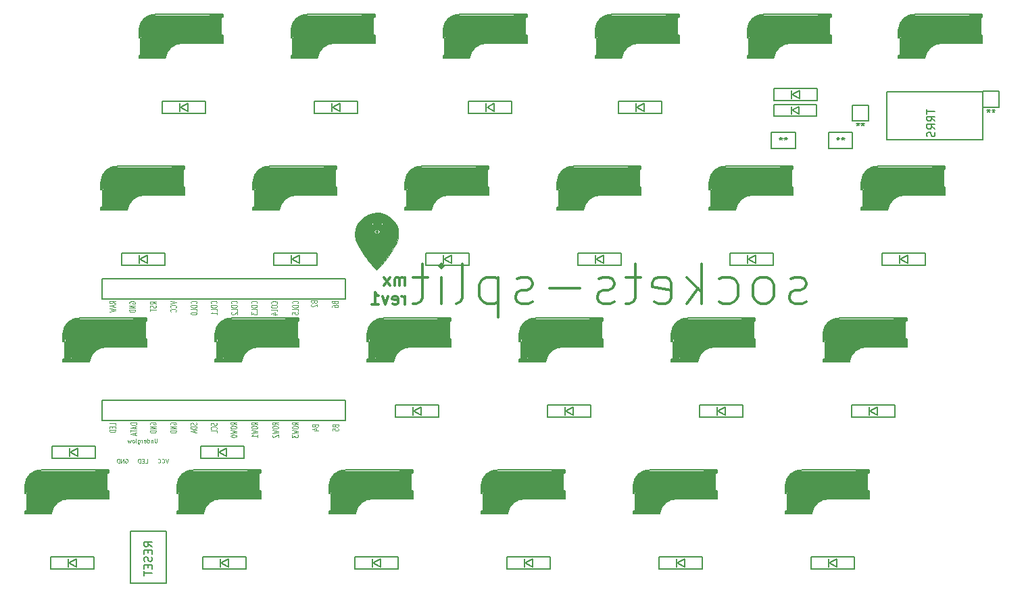
<source format=gbo>
G04 #@! TF.GenerationSoftware,KiCad,Pcbnew,(5.0.2)-1*
G04 #@! TF.CreationDate,2019-03-11T22:50:35+09:00*
G04 #@! TF.ProjectId,sockets-split,736f636b-6574-4732-9d73-706c69742e6b,1*
G04 #@! TF.SameCoordinates,Original*
G04 #@! TF.FileFunction,Legend,Bot*
G04 #@! TF.FilePolarity,Positive*
%FSLAX46Y46*%
G04 Gerber Fmt 4.6, Leading zero omitted, Abs format (unit mm)*
G04 Created by KiCad (PCBNEW (5.0.2)-1) date 2019/03/11 22:50:35*
%MOMM*%
%LPD*%
G01*
G04 APERTURE LIST*
%ADD10C,0.300000*%
%ADD11C,0.100000*%
%ADD12C,0.800000*%
%ADD13C,3.000000*%
%ADD14C,0.500000*%
%ADD15C,1.000000*%
%ADD16C,3.500000*%
%ADD17C,0.150000*%
%ADD18C,0.400000*%
%ADD19C,0.010000*%
%ADD20C,0.125000*%
G04 APERTURE END LIST*
D10*
X142270800Y-88867371D02*
X142270800Y-87867371D01*
X142270800Y-88010228D02*
X142199371Y-87938800D01*
X142056514Y-87867371D01*
X141842228Y-87867371D01*
X141699371Y-87938800D01*
X141627942Y-88081657D01*
X141627942Y-88867371D01*
X141627942Y-88081657D02*
X141556514Y-87938800D01*
X141413657Y-87867371D01*
X141199371Y-87867371D01*
X141056514Y-87938800D01*
X140985085Y-88081657D01*
X140985085Y-88867371D01*
X140413657Y-88867371D02*
X139627942Y-87867371D01*
X140413657Y-87867371D02*
X139627942Y-88867371D01*
X142243714Y-91254971D02*
X142243714Y-90254971D01*
X142243714Y-90540685D02*
X142172285Y-90397828D01*
X142100857Y-90326400D01*
X141958000Y-90254971D01*
X141815142Y-90254971D01*
X140743714Y-91183542D02*
X140886571Y-91254971D01*
X141172285Y-91254971D01*
X141315142Y-91183542D01*
X141386571Y-91040685D01*
X141386571Y-90469257D01*
X141315142Y-90326400D01*
X141172285Y-90254971D01*
X140886571Y-90254971D01*
X140743714Y-90326400D01*
X140672285Y-90469257D01*
X140672285Y-90612114D01*
X141386571Y-90754971D01*
X140172285Y-90254971D02*
X139815142Y-91254971D01*
X139458000Y-90254971D01*
X138100857Y-91254971D02*
X138958000Y-91254971D01*
X138529428Y-91254971D02*
X138529428Y-89754971D01*
X138672285Y-89969257D01*
X138815142Y-90112114D01*
X138958000Y-90183542D01*
X192552761Y-90923809D02*
X192076571Y-91161904D01*
X191124190Y-91161904D01*
X190647999Y-90923809D01*
X190409904Y-90447619D01*
X190409904Y-90209523D01*
X190647999Y-89733333D01*
X191124190Y-89495238D01*
X191838476Y-89495238D01*
X192314666Y-89257142D01*
X192552761Y-88780952D01*
X192552761Y-88542857D01*
X192314666Y-88066666D01*
X191838476Y-87828571D01*
X191124190Y-87828571D01*
X190647999Y-88066666D01*
X187552761Y-91161904D02*
X188028952Y-90923809D01*
X188267047Y-90685714D01*
X188505142Y-90209523D01*
X188505142Y-88780952D01*
X188267047Y-88304761D01*
X188028952Y-88066666D01*
X187552761Y-87828571D01*
X186838476Y-87828571D01*
X186362285Y-88066666D01*
X186124190Y-88304761D01*
X185886095Y-88780952D01*
X185886095Y-90209523D01*
X186124190Y-90685714D01*
X186362285Y-90923809D01*
X186838476Y-91161904D01*
X187552761Y-91161904D01*
X181600380Y-90923809D02*
X182076571Y-91161904D01*
X183028952Y-91161904D01*
X183505142Y-90923809D01*
X183743238Y-90685714D01*
X183981333Y-90209523D01*
X183981333Y-88780952D01*
X183743238Y-88304761D01*
X183505142Y-88066666D01*
X183028952Y-87828571D01*
X182076571Y-87828571D01*
X181600380Y-88066666D01*
X179457523Y-91161904D02*
X179457523Y-86161904D01*
X178981333Y-89257142D02*
X177552761Y-91161904D01*
X177552761Y-87828571D02*
X179457523Y-89733333D01*
X173505142Y-90923809D02*
X173981333Y-91161904D01*
X174933714Y-91161904D01*
X175409904Y-90923809D01*
X175648000Y-90447619D01*
X175648000Y-88542857D01*
X175409904Y-88066666D01*
X174933714Y-87828571D01*
X173981333Y-87828571D01*
X173505142Y-88066666D01*
X173267047Y-88542857D01*
X173267047Y-89019047D01*
X175648000Y-89495238D01*
X171838476Y-87828571D02*
X169933714Y-87828571D01*
X171124190Y-86161904D02*
X171124190Y-90447619D01*
X170886095Y-90923809D01*
X170409904Y-91161904D01*
X169933714Y-91161904D01*
X168505142Y-90923809D02*
X168028952Y-91161904D01*
X167076571Y-91161904D01*
X166600380Y-90923809D01*
X166362285Y-90447619D01*
X166362285Y-90209523D01*
X166600380Y-89733333D01*
X167076571Y-89495238D01*
X167790857Y-89495238D01*
X168267047Y-89257142D01*
X168505142Y-88780952D01*
X168505142Y-88542857D01*
X168267047Y-88066666D01*
X167790857Y-87828571D01*
X167076571Y-87828571D01*
X166600380Y-88066666D01*
X164219428Y-89257142D02*
X160409904Y-89257142D01*
X158267047Y-90923809D02*
X157790857Y-91161904D01*
X156838476Y-91161904D01*
X156362285Y-90923809D01*
X156124190Y-90447619D01*
X156124190Y-90209523D01*
X156362285Y-89733333D01*
X156838476Y-89495238D01*
X157552761Y-89495238D01*
X158028952Y-89257142D01*
X158267047Y-88780952D01*
X158267047Y-88542857D01*
X158028952Y-88066666D01*
X157552761Y-87828571D01*
X156838476Y-87828571D01*
X156362285Y-88066666D01*
X153981333Y-87828571D02*
X153981333Y-92828571D01*
X153981333Y-88066666D02*
X153505142Y-87828571D01*
X152552761Y-87828571D01*
X152076571Y-88066666D01*
X151838476Y-88304761D01*
X151600380Y-88780952D01*
X151600380Y-90209523D01*
X151838476Y-90685714D01*
X152076571Y-90923809D01*
X152552761Y-91161904D01*
X153505142Y-91161904D01*
X153981333Y-90923809D01*
X148743238Y-91161904D02*
X149219428Y-90923809D01*
X149457523Y-90447619D01*
X149457523Y-86161904D01*
X146838476Y-91161904D02*
X146838476Y-87828571D01*
X146838476Y-86161904D02*
X147076571Y-86400000D01*
X146838476Y-86638095D01*
X146600380Y-86400000D01*
X146838476Y-86161904D01*
X146838476Y-86638095D01*
X145171809Y-87828571D02*
X143267047Y-87828571D01*
X144457523Y-86161904D02*
X144457523Y-90447619D01*
X144219428Y-90923809D01*
X143743238Y-91161904D01*
X143267047Y-91161904D01*
D11*
X111232723Y-108082590D02*
X111232723Y-108487352D01*
X111208914Y-108534971D01*
X111185104Y-108558780D01*
X111137485Y-108582590D01*
X111042247Y-108582590D01*
X110994628Y-108558780D01*
X110970819Y-108534971D01*
X110947009Y-108487352D01*
X110947009Y-108082590D01*
X110708914Y-108249257D02*
X110708914Y-108582590D01*
X110708914Y-108296876D02*
X110685104Y-108273066D01*
X110637485Y-108249257D01*
X110566057Y-108249257D01*
X110518438Y-108273066D01*
X110494628Y-108320685D01*
X110494628Y-108582590D01*
X110042247Y-108582590D02*
X110042247Y-108082590D01*
X110042247Y-108558780D02*
X110089866Y-108582590D01*
X110185104Y-108582590D01*
X110232723Y-108558780D01*
X110256533Y-108534971D01*
X110280342Y-108487352D01*
X110280342Y-108344495D01*
X110256533Y-108296876D01*
X110232723Y-108273066D01*
X110185104Y-108249257D01*
X110089866Y-108249257D01*
X110042247Y-108273066D01*
X109613676Y-108558780D02*
X109661295Y-108582590D01*
X109756533Y-108582590D01*
X109804152Y-108558780D01*
X109827961Y-108511161D01*
X109827961Y-108320685D01*
X109804152Y-108273066D01*
X109756533Y-108249257D01*
X109661295Y-108249257D01*
X109613676Y-108273066D01*
X109589866Y-108320685D01*
X109589866Y-108368304D01*
X109827961Y-108415923D01*
X109375580Y-108582590D02*
X109375580Y-108249257D01*
X109375580Y-108344495D02*
X109351771Y-108296876D01*
X109327961Y-108273066D01*
X109280342Y-108249257D01*
X109232723Y-108249257D01*
X108851771Y-108249257D02*
X108851771Y-108654019D01*
X108875580Y-108701638D01*
X108899390Y-108725447D01*
X108947009Y-108749257D01*
X109018438Y-108749257D01*
X109066057Y-108725447D01*
X108851771Y-108558780D02*
X108899390Y-108582590D01*
X108994628Y-108582590D01*
X109042247Y-108558780D01*
X109066057Y-108534971D01*
X109089866Y-108487352D01*
X109089866Y-108344495D01*
X109066057Y-108296876D01*
X109042247Y-108273066D01*
X108994628Y-108249257D01*
X108899390Y-108249257D01*
X108851771Y-108273066D01*
X108542247Y-108582590D02*
X108589866Y-108558780D01*
X108613676Y-108511161D01*
X108613676Y-108082590D01*
X108280342Y-108582590D02*
X108327961Y-108558780D01*
X108351771Y-108534971D01*
X108375580Y-108487352D01*
X108375580Y-108344495D01*
X108351771Y-108296876D01*
X108327961Y-108273066D01*
X108280342Y-108249257D01*
X108208914Y-108249257D01*
X108161295Y-108273066D01*
X108137485Y-108296876D01*
X108113676Y-108344495D01*
X108113676Y-108487352D01*
X108137485Y-108534971D01*
X108161295Y-108558780D01*
X108208914Y-108582590D01*
X108280342Y-108582590D01*
X107947009Y-108249257D02*
X107851771Y-108582590D01*
X107756533Y-108344495D01*
X107661295Y-108582590D01*
X107566057Y-108249257D01*
X112629866Y-110622590D02*
X112463200Y-111122590D01*
X112296533Y-110622590D01*
X111844152Y-111074971D02*
X111867961Y-111098780D01*
X111939390Y-111122590D01*
X111987009Y-111122590D01*
X112058438Y-111098780D01*
X112106057Y-111051161D01*
X112129866Y-111003542D01*
X112153676Y-110908304D01*
X112153676Y-110836876D01*
X112129866Y-110741638D01*
X112106057Y-110694019D01*
X112058438Y-110646400D01*
X111987009Y-110622590D01*
X111939390Y-110622590D01*
X111867961Y-110646400D01*
X111844152Y-110670209D01*
X111344152Y-111074971D02*
X111367961Y-111098780D01*
X111439390Y-111122590D01*
X111487009Y-111122590D01*
X111558438Y-111098780D01*
X111606057Y-111051161D01*
X111629866Y-111003542D01*
X111653676Y-110908304D01*
X111653676Y-110836876D01*
X111629866Y-110741638D01*
X111606057Y-110694019D01*
X111558438Y-110646400D01*
X111487009Y-110622590D01*
X111439390Y-110622590D01*
X111367961Y-110646400D01*
X111344152Y-110670209D01*
X109744628Y-111122590D02*
X109982723Y-111122590D01*
X109982723Y-110622590D01*
X109577961Y-110860685D02*
X109411295Y-110860685D01*
X109339866Y-111122590D02*
X109577961Y-111122590D01*
X109577961Y-110622590D01*
X109339866Y-110622590D01*
X109125580Y-111122590D02*
X109125580Y-110622590D01*
X109006533Y-110622590D01*
X108935104Y-110646400D01*
X108887485Y-110694019D01*
X108863676Y-110741638D01*
X108839866Y-110836876D01*
X108839866Y-110908304D01*
X108863676Y-111003542D01*
X108887485Y-111051161D01*
X108935104Y-111098780D01*
X109006533Y-111122590D01*
X109125580Y-111122590D01*
X107264152Y-110646400D02*
X107311771Y-110622590D01*
X107383200Y-110622590D01*
X107454628Y-110646400D01*
X107502247Y-110694019D01*
X107526057Y-110741638D01*
X107549866Y-110836876D01*
X107549866Y-110908304D01*
X107526057Y-111003542D01*
X107502247Y-111051161D01*
X107454628Y-111098780D01*
X107383200Y-111122590D01*
X107335580Y-111122590D01*
X107264152Y-111098780D01*
X107240342Y-111074971D01*
X107240342Y-110908304D01*
X107335580Y-110908304D01*
X107026057Y-111122590D02*
X107026057Y-110622590D01*
X106740342Y-111122590D01*
X106740342Y-110622590D01*
X106502247Y-111122590D02*
X106502247Y-110622590D01*
X106383200Y-110622590D01*
X106311771Y-110646400D01*
X106264152Y-110694019D01*
X106240342Y-110741638D01*
X106216533Y-110836876D01*
X106216533Y-110908304D01*
X106240342Y-111003542D01*
X106264152Y-111051161D01*
X106311771Y-111098780D01*
X106383200Y-111122590D01*
X106502247Y-111122590D01*
D10*
G04 #@! TO.C,SW18*
X175746500Y-95767999D02*
X175746500Y-94868000D01*
D12*
X176246500Y-97968000D02*
X176246500Y-96168001D01*
D13*
X177376500Y-94468000D02*
X177376500Y-96708000D01*
D14*
X185846500Y-96268000D02*
X184446500Y-96268000D01*
D15*
X185446500Y-93568000D02*
X185446500Y-96068000D01*
D16*
X184146500Y-94768000D02*
X177446500Y-94768000D01*
D17*
X186146500Y-96568000D02*
X186146500Y-95568000D01*
X186146500Y-95568000D02*
X185946500Y-95568000D01*
X185926500Y-95568000D02*
X185926500Y-93318000D01*
X185946500Y-93318000D02*
X186146500Y-93318000D01*
X175646500Y-95868000D02*
X175846500Y-95868000D01*
X175876500Y-95868000D02*
X175876500Y-98108000D01*
X175846500Y-98108000D02*
X175646500Y-98108000D01*
X175646500Y-98468000D02*
X175646500Y-98108000D01*
X175646500Y-94868000D02*
X175646500Y-95868000D01*
X175646500Y-98468000D02*
X178926500Y-98468000D01*
X181146500Y-96568000D02*
X186146500Y-96568000D01*
X186146500Y-92968000D02*
X177746499Y-92968000D01*
X178930182Y-98446529D02*
G75*
G02X181146500Y-96568000I2151318J-291471D01*
G01*
X175646500Y-94868001D02*
G75*
G02X177746499Y-92968000I2000000J-99999D01*
G01*
X186146500Y-93318000D02*
X186146500Y-92968000D01*
D15*
X178530182Y-98046529D02*
G75*
G02X180746500Y-96168000I2151318J-291471D01*
G01*
D14*
X175846500Y-98268000D02*
X178546500Y-98268000D01*
D18*
X185946500Y-93168000D02*
X184546500Y-93168000D01*
X185946500Y-95668000D02*
X185946500Y-96368000D01*
D10*
G04 #@! TO.C,SW25*
X190034000Y-114817999D02*
X190034000Y-113918000D01*
D12*
X190534000Y-117018000D02*
X190534000Y-115218001D01*
D13*
X191664000Y-113518000D02*
X191664000Y-115758000D01*
D14*
X200134000Y-115318000D02*
X198734000Y-115318000D01*
D15*
X199734000Y-112618000D02*
X199734000Y-115118000D01*
D16*
X198434000Y-113818000D02*
X191734000Y-113818000D01*
D17*
X200434000Y-115618000D02*
X200434000Y-114618000D01*
X200434000Y-114618000D02*
X200234000Y-114618000D01*
X200214000Y-114618000D02*
X200214000Y-112368000D01*
X200234000Y-112368000D02*
X200434000Y-112368000D01*
X189934000Y-114918000D02*
X190134000Y-114918000D01*
X190164000Y-114918000D02*
X190164000Y-117158000D01*
X190134000Y-117158000D02*
X189934000Y-117158000D01*
X189934000Y-117518000D02*
X189934000Y-117158000D01*
X189934000Y-113918000D02*
X189934000Y-114918000D01*
X189934000Y-117518000D02*
X193214000Y-117518000D01*
X195434000Y-115618000D02*
X200434000Y-115618000D01*
X200434000Y-112018000D02*
X192033999Y-112018000D01*
X193217682Y-117496529D02*
G75*
G02X195434000Y-115618000I2151318J-291471D01*
G01*
X189934000Y-113918001D02*
G75*
G02X192033999Y-112018000I2000000J-99999D01*
G01*
X200434000Y-112368000D02*
X200434000Y-112018000D01*
D15*
X192817682Y-117096529D02*
G75*
G02X195034000Y-115218000I2151318J-291471D01*
G01*
D14*
X190134000Y-117318000D02*
X192834000Y-117318000D01*
D18*
X200234000Y-112218000D02*
X198834000Y-112218000D01*
X200234000Y-114718000D02*
X200234000Y-115418000D01*
D17*
G04 #@! TO.C,D1*
X117254000Y-67298000D02*
X117254000Y-65798000D01*
X111854000Y-67298000D02*
X117254000Y-67298000D01*
X111854000Y-65798000D02*
X111854000Y-67298000D01*
X117254000Y-65798000D02*
X111854000Y-65798000D01*
X114054000Y-66048000D02*
X114054000Y-67048000D01*
X115054000Y-67048000D02*
X114154000Y-66548000D01*
X115054000Y-66048000D02*
X115054000Y-67048000D01*
X114154000Y-66548000D02*
X115054000Y-66048000D01*
G04 #@! TO.C,D2*
X133204000Y-66548000D02*
X134104000Y-66048000D01*
X134104000Y-66048000D02*
X134104000Y-67048000D01*
X134104000Y-67048000D02*
X133204000Y-66548000D01*
X133104000Y-66048000D02*
X133104000Y-67048000D01*
X136304000Y-65798000D02*
X130904000Y-65798000D01*
X130904000Y-65798000D02*
X130904000Y-67298000D01*
X130904000Y-67298000D02*
X136304000Y-67298000D01*
X136304000Y-67298000D02*
X136304000Y-65798000D01*
G04 #@! TO.C,D3*
X152558800Y-66497200D02*
X153458800Y-65997200D01*
X153458800Y-65997200D02*
X153458800Y-66997200D01*
X153458800Y-66997200D02*
X152558800Y-66497200D01*
X152458800Y-65997200D02*
X152458800Y-66997200D01*
X155658800Y-65747200D02*
X150258800Y-65747200D01*
X150258800Y-65747200D02*
X150258800Y-67247200D01*
X150258800Y-67247200D02*
X155658800Y-67247200D01*
X155658800Y-67247200D02*
X155658800Y-65747200D01*
G04 #@! TO.C,D4*
X174404000Y-67298000D02*
X174404000Y-65798000D01*
X169004000Y-67298000D02*
X174404000Y-67298000D01*
X169004000Y-65798000D02*
X169004000Y-67298000D01*
X174404000Y-65798000D02*
X169004000Y-65798000D01*
X171204000Y-66048000D02*
X171204000Y-67048000D01*
X172204000Y-67048000D02*
X171304000Y-66548000D01*
X172204000Y-66048000D02*
X172204000Y-67048000D01*
X171304000Y-66548000D02*
X172204000Y-66048000D01*
G04 #@! TO.C,D5*
X193911200Y-65672400D02*
X193911200Y-64172400D01*
X188511200Y-65672400D02*
X193911200Y-65672400D01*
X188511200Y-64172400D02*
X188511200Y-65672400D01*
X193911200Y-64172400D02*
X188511200Y-64172400D01*
X190711200Y-64422400D02*
X190711200Y-65422400D01*
X191711200Y-65422400D02*
X190811200Y-64922400D01*
X191711200Y-64422400D02*
X191711200Y-65422400D01*
X190811200Y-64922400D02*
X191711200Y-64422400D01*
G04 #@! TO.C,D6*
X190760400Y-66903600D02*
X191660400Y-66403600D01*
X191660400Y-66403600D02*
X191660400Y-67403600D01*
X191660400Y-67403600D02*
X190760400Y-66903600D01*
X190660400Y-66403600D02*
X190660400Y-67403600D01*
X193860400Y-66153600D02*
X188460400Y-66153600D01*
X188460400Y-66153600D02*
X188460400Y-67653600D01*
X188460400Y-67653600D02*
X193860400Y-67653600D01*
X193860400Y-67653600D02*
X193860400Y-66153600D01*
G04 #@! TO.C,D7*
X112174000Y-86348000D02*
X112174000Y-84848000D01*
X106774000Y-86348000D02*
X112174000Y-86348000D01*
X106774000Y-84848000D02*
X106774000Y-86348000D01*
X112174000Y-84848000D02*
X106774000Y-84848000D01*
X108974000Y-85098000D02*
X108974000Y-86098000D01*
X109974000Y-86098000D02*
X109074000Y-85598000D01*
X109974000Y-85098000D02*
X109974000Y-86098000D01*
X109074000Y-85598000D02*
X109974000Y-85098000D01*
G04 #@! TO.C,D8*
X128124000Y-85598000D02*
X129024000Y-85098000D01*
X129024000Y-85098000D02*
X129024000Y-86098000D01*
X129024000Y-86098000D02*
X128124000Y-85598000D01*
X128024000Y-85098000D02*
X128024000Y-86098000D01*
X131224000Y-84848000D02*
X125824000Y-84848000D01*
X125824000Y-84848000D02*
X125824000Y-86348000D01*
X125824000Y-86348000D02*
X131224000Y-86348000D01*
X131224000Y-86348000D02*
X131224000Y-84848000D01*
G04 #@! TO.C,D9*
X147174000Y-85598000D02*
X148074000Y-85098000D01*
X148074000Y-85098000D02*
X148074000Y-86098000D01*
X148074000Y-86098000D02*
X147174000Y-85598000D01*
X147074000Y-85098000D02*
X147074000Y-86098000D01*
X150274000Y-84848000D02*
X144874000Y-84848000D01*
X144874000Y-84848000D02*
X144874000Y-86348000D01*
X144874000Y-86348000D02*
X150274000Y-86348000D01*
X150274000Y-86348000D02*
X150274000Y-84848000D01*
G04 #@! TO.C,D10*
X169324000Y-86348000D02*
X169324000Y-84848000D01*
X163924000Y-86348000D02*
X169324000Y-86348000D01*
X163924000Y-84848000D02*
X163924000Y-86348000D01*
X169324000Y-84848000D02*
X163924000Y-84848000D01*
X166124000Y-85098000D02*
X166124000Y-86098000D01*
X167124000Y-86098000D02*
X166224000Y-85598000D01*
X167124000Y-85098000D02*
X167124000Y-86098000D01*
X166224000Y-85598000D02*
X167124000Y-85098000D01*
G04 #@! TO.C,D11*
X188374000Y-86348000D02*
X188374000Y-84848000D01*
X182974000Y-86348000D02*
X188374000Y-86348000D01*
X182974000Y-84848000D02*
X182974000Y-86348000D01*
X188374000Y-84848000D02*
X182974000Y-84848000D01*
X185174000Y-85098000D02*
X185174000Y-86098000D01*
X186174000Y-86098000D02*
X185274000Y-85598000D01*
X186174000Y-85098000D02*
X186174000Y-86098000D01*
X185274000Y-85598000D02*
X186174000Y-85098000D01*
G04 #@! TO.C,D12*
X204324000Y-85598000D02*
X205224000Y-85098000D01*
X205224000Y-85098000D02*
X205224000Y-86098000D01*
X205224000Y-86098000D02*
X204324000Y-85598000D01*
X204224000Y-85098000D02*
X204224000Y-86098000D01*
X207424000Y-84848000D02*
X202024000Y-84848000D01*
X202024000Y-84848000D02*
X202024000Y-86348000D01*
X202024000Y-86348000D02*
X207424000Y-86348000D01*
X207424000Y-86348000D02*
X207424000Y-84848000D01*
G04 #@! TO.C,D13*
X100387200Y-109778800D02*
X101287200Y-109278800D01*
X101287200Y-109278800D02*
X101287200Y-110278800D01*
X101287200Y-110278800D02*
X100387200Y-109778800D01*
X100287200Y-109278800D02*
X100287200Y-110278800D01*
X103487200Y-109028800D02*
X98087200Y-109028800D01*
X98087200Y-109028800D02*
X98087200Y-110528800D01*
X98087200Y-110528800D02*
X103487200Y-110528800D01*
X103487200Y-110528800D02*
X103487200Y-109028800D01*
G04 #@! TO.C,D14*
X122080000Y-110528800D02*
X122080000Y-109028800D01*
X116680000Y-110528800D02*
X122080000Y-110528800D01*
X116680000Y-109028800D02*
X116680000Y-110528800D01*
X122080000Y-109028800D02*
X116680000Y-109028800D01*
X118880000Y-109278800D02*
X118880000Y-110278800D01*
X119880000Y-110278800D02*
X118980000Y-109778800D01*
X119880000Y-109278800D02*
X119880000Y-110278800D01*
X118980000Y-109778800D02*
X119880000Y-109278800D01*
G04 #@! TO.C,D15*
X143364000Y-104648000D02*
X144264000Y-104148000D01*
X144264000Y-104148000D02*
X144264000Y-105148000D01*
X144264000Y-105148000D02*
X143364000Y-104648000D01*
X143264000Y-104148000D02*
X143264000Y-105148000D01*
X146464000Y-103898000D02*
X141064000Y-103898000D01*
X141064000Y-103898000D02*
X141064000Y-105398000D01*
X141064000Y-105398000D02*
X146464000Y-105398000D01*
X146464000Y-105398000D02*
X146464000Y-103898000D01*
G04 #@! TO.C,D16*
X165514000Y-105398000D02*
X165514000Y-103898000D01*
X160114000Y-105398000D02*
X165514000Y-105398000D01*
X160114000Y-103898000D02*
X160114000Y-105398000D01*
X165514000Y-103898000D02*
X160114000Y-103898000D01*
X162314000Y-104148000D02*
X162314000Y-105148000D01*
X163314000Y-105148000D02*
X162414000Y-104648000D01*
X163314000Y-104148000D02*
X163314000Y-105148000D01*
X162414000Y-104648000D02*
X163314000Y-104148000D01*
G04 #@! TO.C,D17*
X181464000Y-104648000D02*
X182364000Y-104148000D01*
X182364000Y-104148000D02*
X182364000Y-105148000D01*
X182364000Y-105148000D02*
X181464000Y-104648000D01*
X181364000Y-104148000D02*
X181364000Y-105148000D01*
X184564000Y-103898000D02*
X179164000Y-103898000D01*
X179164000Y-103898000D02*
X179164000Y-105398000D01*
X179164000Y-105398000D02*
X184564000Y-105398000D01*
X184564000Y-105398000D02*
X184564000Y-103898000D01*
G04 #@! TO.C,D18*
X203614000Y-105398000D02*
X203614000Y-103898000D01*
X198214000Y-105398000D02*
X203614000Y-105398000D01*
X198214000Y-103898000D02*
X198214000Y-105398000D01*
X203614000Y-103898000D02*
X198214000Y-103898000D01*
X200414000Y-104148000D02*
X200414000Y-105148000D01*
X201414000Y-105148000D02*
X200514000Y-104648000D01*
X201414000Y-104148000D02*
X201414000Y-105148000D01*
X200514000Y-104648000D02*
X201414000Y-104148000D01*
G04 #@! TO.C,D19*
X100184000Y-123698000D02*
X101084000Y-123198000D01*
X101084000Y-123198000D02*
X101084000Y-124198000D01*
X101084000Y-124198000D02*
X100184000Y-123698000D01*
X100084000Y-123198000D02*
X100084000Y-124198000D01*
X103284000Y-122948000D02*
X97884000Y-122948000D01*
X97884000Y-122948000D02*
X97884000Y-124448000D01*
X97884000Y-124448000D02*
X103284000Y-124448000D01*
X103284000Y-124448000D02*
X103284000Y-122948000D01*
G04 #@! TO.C,D20*
X122334000Y-124448000D02*
X122334000Y-122948000D01*
X116934000Y-124448000D02*
X122334000Y-124448000D01*
X116934000Y-122948000D02*
X116934000Y-124448000D01*
X122334000Y-122948000D02*
X116934000Y-122948000D01*
X119134000Y-123198000D02*
X119134000Y-124198000D01*
X120134000Y-124198000D02*
X119234000Y-123698000D01*
X120134000Y-123198000D02*
X120134000Y-124198000D01*
X119234000Y-123698000D02*
X120134000Y-123198000D01*
G04 #@! TO.C,D21*
X138284000Y-123698000D02*
X139184000Y-123198000D01*
X139184000Y-123198000D02*
X139184000Y-124198000D01*
X139184000Y-124198000D02*
X138284000Y-123698000D01*
X138184000Y-123198000D02*
X138184000Y-124198000D01*
X141384000Y-122948000D02*
X135984000Y-122948000D01*
X135984000Y-122948000D02*
X135984000Y-124448000D01*
X135984000Y-124448000D02*
X141384000Y-124448000D01*
X141384000Y-124448000D02*
X141384000Y-122948000D01*
G04 #@! TO.C,D22*
X160434000Y-124448000D02*
X160434000Y-122948000D01*
X155034000Y-124448000D02*
X160434000Y-124448000D01*
X155034000Y-122948000D02*
X155034000Y-124448000D01*
X160434000Y-122948000D02*
X155034000Y-122948000D01*
X157234000Y-123198000D02*
X157234000Y-124198000D01*
X158234000Y-124198000D02*
X157334000Y-123698000D01*
X158234000Y-123198000D02*
X158234000Y-124198000D01*
X157334000Y-123698000D02*
X158234000Y-123198000D01*
G04 #@! TO.C,D23*
X176384000Y-123698000D02*
X177284000Y-123198000D01*
X177284000Y-123198000D02*
X177284000Y-124198000D01*
X177284000Y-124198000D02*
X176384000Y-123698000D01*
X176284000Y-123198000D02*
X176284000Y-124198000D01*
X179484000Y-122948000D02*
X174084000Y-122948000D01*
X174084000Y-122948000D02*
X174084000Y-124448000D01*
X174084000Y-124448000D02*
X179484000Y-124448000D01*
X179484000Y-124448000D02*
X179484000Y-122948000D01*
G04 #@! TO.C,D24*
X198534000Y-124448000D02*
X198534000Y-122948000D01*
X193134000Y-124448000D02*
X198534000Y-124448000D01*
X193134000Y-122948000D02*
X193134000Y-124448000D01*
X198534000Y-122948000D02*
X193134000Y-122948000D01*
X195334000Y-123198000D02*
X195334000Y-124198000D01*
X196334000Y-124198000D02*
X195434000Y-123698000D01*
X196334000Y-123198000D02*
X196334000Y-124198000D01*
X195434000Y-123698000D02*
X196334000Y-123198000D01*
G04 #@! TO.C,J2*
X202634000Y-64614201D02*
X214634000Y-64614201D01*
X202634000Y-70614201D02*
X202634000Y-64614201D01*
X214634000Y-70614201D02*
X202634000Y-70614201D01*
X214634000Y-64614201D02*
X214634000Y-70614201D01*
G04 #@! TO.C,P1*
X198339200Y-68259200D02*
X198339200Y-66259200D01*
X200339200Y-68259200D02*
X198339200Y-68259200D01*
X200339200Y-66259200D02*
X200339200Y-68259200D01*
X198339200Y-66259200D02*
X200339200Y-66259200D01*
G04 #@! TO.C,P2*
X214696800Y-64532000D02*
X216696800Y-64532000D01*
X216696800Y-64532000D02*
X216696800Y-66532000D01*
X216696800Y-66532000D02*
X214696800Y-66532000D01*
X214696800Y-66532000D02*
X214696800Y-64532000D01*
G04 #@! TO.C,R1*
X198350000Y-69662800D02*
X198350000Y-71662800D01*
X195350000Y-69662800D02*
X198350000Y-69662800D01*
X195350000Y-71662800D02*
X195350000Y-69662800D01*
X198350000Y-71662800D02*
X195350000Y-71662800D01*
G04 #@! TO.C,R2*
X191187200Y-71662800D02*
X188187200Y-71662800D01*
X188187200Y-71662800D02*
X188187200Y-69662800D01*
X188187200Y-69662800D02*
X191187200Y-69662800D01*
X191187200Y-69662800D02*
X191187200Y-71662800D01*
G04 #@! TO.C,SW1*
X112393471Y-119715648D02*
X107893471Y-119715648D01*
X107893471Y-119715648D02*
X107893471Y-126215648D01*
X107893471Y-126215648D02*
X112393471Y-126215648D01*
X112393471Y-126215648D02*
X112393471Y-119715648D01*
D10*
G04 #@! TO.C,SW2*
X109071500Y-57667999D02*
X109071500Y-56768000D01*
D12*
X109571500Y-59868000D02*
X109571500Y-58068001D01*
D13*
X110701500Y-56368000D02*
X110701500Y-58608000D01*
D14*
X119171500Y-58168000D02*
X117771500Y-58168000D01*
D15*
X118771500Y-55468000D02*
X118771500Y-57968000D01*
D16*
X117471500Y-56668000D02*
X110771500Y-56668000D01*
D17*
X119471500Y-58468000D02*
X119471500Y-57468000D01*
X119471500Y-57468000D02*
X119271500Y-57468000D01*
X119251500Y-57468000D02*
X119251500Y-55218000D01*
X119271500Y-55218000D02*
X119471500Y-55218000D01*
X108971500Y-57768000D02*
X109171500Y-57768000D01*
X109201500Y-57768000D02*
X109201500Y-60008000D01*
X109171500Y-60008000D02*
X108971500Y-60008000D01*
X108971500Y-60368000D02*
X108971500Y-60008000D01*
X108971500Y-56768000D02*
X108971500Y-57768000D01*
X108971500Y-60368000D02*
X112251500Y-60368000D01*
X114471500Y-58468000D02*
X119471500Y-58468000D01*
X119471500Y-54868000D02*
X111071499Y-54868000D01*
X112255182Y-60346529D02*
G75*
G02X114471500Y-58468000I2151318J-291471D01*
G01*
X108971500Y-56768001D02*
G75*
G02X111071499Y-54868000I2000000J-99999D01*
G01*
X119471500Y-55218000D02*
X119471500Y-54868000D01*
D15*
X111855182Y-59946529D02*
G75*
G02X114071500Y-58068000I2151318J-291471D01*
G01*
D14*
X109171500Y-60168000D02*
X111871500Y-60168000D01*
D18*
X119271500Y-55068000D02*
X117871500Y-55068000D01*
X119271500Y-57568000D02*
X119271500Y-58268000D01*
G04 #@! TO.C,SW3*
X138321500Y-57568000D02*
X138321500Y-58268000D01*
X138321500Y-55068000D02*
X136921500Y-55068000D01*
D14*
X128221500Y-60168000D02*
X130921500Y-60168000D01*
D15*
X130905182Y-59946529D02*
G75*
G02X133121500Y-58068000I2151318J-291471D01*
G01*
D17*
X138521500Y-55218000D02*
X138521500Y-54868000D01*
X128021500Y-56768001D02*
G75*
G02X130121499Y-54868000I2000000J-99999D01*
G01*
X131305182Y-60346529D02*
G75*
G02X133521500Y-58468000I2151318J-291471D01*
G01*
X138521500Y-54868000D02*
X130121499Y-54868000D01*
X133521500Y-58468000D02*
X138521500Y-58468000D01*
X128021500Y-60368000D02*
X131301500Y-60368000D01*
X128021500Y-56768000D02*
X128021500Y-57768000D01*
X128021500Y-60368000D02*
X128021500Y-60008000D01*
X128221500Y-60008000D02*
X128021500Y-60008000D01*
X128251500Y-57768000D02*
X128251500Y-60008000D01*
X128021500Y-57768000D02*
X128221500Y-57768000D01*
X138321500Y-55218000D02*
X138521500Y-55218000D01*
X138301500Y-57468000D02*
X138301500Y-55218000D01*
X138521500Y-57468000D02*
X138321500Y-57468000D01*
X138521500Y-58468000D02*
X138521500Y-57468000D01*
D16*
X136521500Y-56668000D02*
X129821500Y-56668000D01*
D15*
X137821500Y-55468000D02*
X137821500Y-57968000D01*
D14*
X138221500Y-58168000D02*
X136821500Y-58168000D01*
D13*
X129751500Y-56368000D02*
X129751500Y-58608000D01*
D12*
X128621500Y-59868000D02*
X128621500Y-58068001D01*
D10*
X128121500Y-57667999D02*
X128121500Y-56768000D01*
G04 #@! TO.C,SW4*
X147171500Y-57667999D02*
X147171500Y-56768000D01*
D12*
X147671500Y-59868000D02*
X147671500Y-58068001D01*
D13*
X148801500Y-56368000D02*
X148801500Y-58608000D01*
D14*
X157271500Y-58168000D02*
X155871500Y-58168000D01*
D15*
X156871500Y-55468000D02*
X156871500Y-57968000D01*
D16*
X155571500Y-56668000D02*
X148871500Y-56668000D01*
D17*
X157571500Y-58468000D02*
X157571500Y-57468000D01*
X157571500Y-57468000D02*
X157371500Y-57468000D01*
X157351500Y-57468000D02*
X157351500Y-55218000D01*
X157371500Y-55218000D02*
X157571500Y-55218000D01*
X147071500Y-57768000D02*
X147271500Y-57768000D01*
X147301500Y-57768000D02*
X147301500Y-60008000D01*
X147271500Y-60008000D02*
X147071500Y-60008000D01*
X147071500Y-60368000D02*
X147071500Y-60008000D01*
X147071500Y-56768000D02*
X147071500Y-57768000D01*
X147071500Y-60368000D02*
X150351500Y-60368000D01*
X152571500Y-58468000D02*
X157571500Y-58468000D01*
X157571500Y-54868000D02*
X149171499Y-54868000D01*
X150355182Y-60346529D02*
G75*
G02X152571500Y-58468000I2151318J-291471D01*
G01*
X147071500Y-56768001D02*
G75*
G02X149171499Y-54868000I2000000J-99999D01*
G01*
X157571500Y-55218000D02*
X157571500Y-54868000D01*
D15*
X149955182Y-59946529D02*
G75*
G02X152171500Y-58068000I2151318J-291471D01*
G01*
D14*
X147271500Y-60168000D02*
X149971500Y-60168000D01*
D18*
X157371500Y-55068000D02*
X155971500Y-55068000D01*
X157371500Y-57568000D02*
X157371500Y-58268000D01*
G04 #@! TO.C,SW5*
X176421500Y-57568000D02*
X176421500Y-58268000D01*
X176421500Y-55068000D02*
X175021500Y-55068000D01*
D14*
X166321500Y-60168000D02*
X169021500Y-60168000D01*
D15*
X169005182Y-59946529D02*
G75*
G02X171221500Y-58068000I2151318J-291471D01*
G01*
D17*
X176621500Y-55218000D02*
X176621500Y-54868000D01*
X166121500Y-56768001D02*
G75*
G02X168221499Y-54868000I2000000J-99999D01*
G01*
X169405182Y-60346529D02*
G75*
G02X171621500Y-58468000I2151318J-291471D01*
G01*
X176621500Y-54868000D02*
X168221499Y-54868000D01*
X171621500Y-58468000D02*
X176621500Y-58468000D01*
X166121500Y-60368000D02*
X169401500Y-60368000D01*
X166121500Y-56768000D02*
X166121500Y-57768000D01*
X166121500Y-60368000D02*
X166121500Y-60008000D01*
X166321500Y-60008000D02*
X166121500Y-60008000D01*
X166351500Y-57768000D02*
X166351500Y-60008000D01*
X166121500Y-57768000D02*
X166321500Y-57768000D01*
X176421500Y-55218000D02*
X176621500Y-55218000D01*
X176401500Y-57468000D02*
X176401500Y-55218000D01*
X176621500Y-57468000D02*
X176421500Y-57468000D01*
X176621500Y-58468000D02*
X176621500Y-57468000D01*
D16*
X174621500Y-56668000D02*
X167921500Y-56668000D01*
D15*
X175921500Y-55468000D02*
X175921500Y-57968000D01*
D14*
X176321500Y-58168000D02*
X174921500Y-58168000D01*
D13*
X167851500Y-56368000D02*
X167851500Y-58608000D01*
D12*
X166721500Y-59868000D02*
X166721500Y-58068001D01*
D10*
X166221500Y-57667999D02*
X166221500Y-56768000D01*
D18*
G04 #@! TO.C,SW6*
X195471500Y-57568000D02*
X195471500Y-58268000D01*
X195471500Y-55068000D02*
X194071500Y-55068000D01*
D14*
X185371500Y-60168000D02*
X188071500Y-60168000D01*
D15*
X188055182Y-59946529D02*
G75*
G02X190271500Y-58068000I2151318J-291471D01*
G01*
D17*
X195671500Y-55218000D02*
X195671500Y-54868000D01*
X185171500Y-56768001D02*
G75*
G02X187271499Y-54868000I2000000J-99999D01*
G01*
X188455182Y-60346529D02*
G75*
G02X190671500Y-58468000I2151318J-291471D01*
G01*
X195671500Y-54868000D02*
X187271499Y-54868000D01*
X190671500Y-58468000D02*
X195671500Y-58468000D01*
X185171500Y-60368000D02*
X188451500Y-60368000D01*
X185171500Y-56768000D02*
X185171500Y-57768000D01*
X185171500Y-60368000D02*
X185171500Y-60008000D01*
X185371500Y-60008000D02*
X185171500Y-60008000D01*
X185401500Y-57768000D02*
X185401500Y-60008000D01*
X185171500Y-57768000D02*
X185371500Y-57768000D01*
X195471500Y-55218000D02*
X195671500Y-55218000D01*
X195451500Y-57468000D02*
X195451500Y-55218000D01*
X195671500Y-57468000D02*
X195471500Y-57468000D01*
X195671500Y-58468000D02*
X195671500Y-57468000D01*
D16*
X193671500Y-56668000D02*
X186971500Y-56668000D01*
D15*
X194971500Y-55468000D02*
X194971500Y-57968000D01*
D14*
X195371500Y-58168000D02*
X193971500Y-58168000D01*
D13*
X186901500Y-56368000D02*
X186901500Y-58608000D01*
D12*
X185771500Y-59868000D02*
X185771500Y-58068001D01*
D10*
X185271500Y-57667999D02*
X185271500Y-56768000D01*
D18*
G04 #@! TO.C,SW7*
X214413500Y-57568000D02*
X214413500Y-58268000D01*
X214413500Y-55068000D02*
X213013500Y-55068000D01*
D14*
X204313500Y-60168000D02*
X207013500Y-60168000D01*
D15*
X206997182Y-59946529D02*
G75*
G02X209213500Y-58068000I2151318J-291471D01*
G01*
D17*
X214613500Y-55218000D02*
X214613500Y-54868000D01*
X204113500Y-56768001D02*
G75*
G02X206213499Y-54868000I2000000J-99999D01*
G01*
X207397182Y-60346529D02*
G75*
G02X209613500Y-58468000I2151318J-291471D01*
G01*
X214613500Y-54868000D02*
X206213499Y-54868000D01*
X209613500Y-58468000D02*
X214613500Y-58468000D01*
X204113500Y-60368000D02*
X207393500Y-60368000D01*
X204113500Y-56768000D02*
X204113500Y-57768000D01*
X204113500Y-60368000D02*
X204113500Y-60008000D01*
X204313500Y-60008000D02*
X204113500Y-60008000D01*
X204343500Y-57768000D02*
X204343500Y-60008000D01*
X204113500Y-57768000D02*
X204313500Y-57768000D01*
X214413500Y-55218000D02*
X214613500Y-55218000D01*
X214393500Y-57468000D02*
X214393500Y-55218000D01*
X214613500Y-57468000D02*
X214413500Y-57468000D01*
X214613500Y-58468000D02*
X214613500Y-57468000D01*
D16*
X212613500Y-56668000D02*
X205913500Y-56668000D01*
D15*
X213913500Y-55468000D02*
X213913500Y-57968000D01*
D14*
X214313500Y-58168000D02*
X212913500Y-58168000D01*
D13*
X205843500Y-56368000D02*
X205843500Y-58608000D01*
D12*
X204713500Y-59868000D02*
X204713500Y-58068001D01*
D10*
X204213500Y-57667999D02*
X204213500Y-56768000D01*
G04 #@! TO.C,SW8*
X104309000Y-76717999D02*
X104309000Y-75818000D01*
D12*
X104809000Y-78918000D02*
X104809000Y-77118001D01*
D13*
X105939000Y-75418000D02*
X105939000Y-77658000D01*
D14*
X114409000Y-77218000D02*
X113009000Y-77218000D01*
D15*
X114009000Y-74518000D02*
X114009000Y-77018000D01*
D16*
X112709000Y-75718000D02*
X106009000Y-75718000D01*
D17*
X114709000Y-77518000D02*
X114709000Y-76518000D01*
X114709000Y-76518000D02*
X114509000Y-76518000D01*
X114489000Y-76518000D02*
X114489000Y-74268000D01*
X114509000Y-74268000D02*
X114709000Y-74268000D01*
X104209000Y-76818000D02*
X104409000Y-76818000D01*
X104439000Y-76818000D02*
X104439000Y-79058000D01*
X104409000Y-79058000D02*
X104209000Y-79058000D01*
X104209000Y-79418000D02*
X104209000Y-79058000D01*
X104209000Y-75818000D02*
X104209000Y-76818000D01*
X104209000Y-79418000D02*
X107489000Y-79418000D01*
X109709000Y-77518000D02*
X114709000Y-77518000D01*
X114709000Y-73918000D02*
X106308999Y-73918000D01*
X107492682Y-79396529D02*
G75*
G02X109709000Y-77518000I2151318J-291471D01*
G01*
X104209000Y-75818001D02*
G75*
G02X106308999Y-73918000I2000000J-99999D01*
G01*
X114709000Y-74268000D02*
X114709000Y-73918000D01*
D15*
X107092682Y-78996529D02*
G75*
G02X109309000Y-77118000I2151318J-291471D01*
G01*
D14*
X104409000Y-79218000D02*
X107109000Y-79218000D01*
D18*
X114509000Y-74118000D02*
X113109000Y-74118000D01*
X114509000Y-76618000D02*
X114509000Y-77318000D01*
D10*
G04 #@! TO.C,SW9*
X123359000Y-76717999D02*
X123359000Y-75818000D01*
D12*
X123859000Y-78918000D02*
X123859000Y-77118001D01*
D13*
X124989000Y-75418000D02*
X124989000Y-77658000D01*
D14*
X133459000Y-77218000D02*
X132059000Y-77218000D01*
D15*
X133059000Y-74518000D02*
X133059000Y-77018000D01*
D16*
X131759000Y-75718000D02*
X125059000Y-75718000D01*
D17*
X133759000Y-77518000D02*
X133759000Y-76518000D01*
X133759000Y-76518000D02*
X133559000Y-76518000D01*
X133539000Y-76518000D02*
X133539000Y-74268000D01*
X133559000Y-74268000D02*
X133759000Y-74268000D01*
X123259000Y-76818000D02*
X123459000Y-76818000D01*
X123489000Y-76818000D02*
X123489000Y-79058000D01*
X123459000Y-79058000D02*
X123259000Y-79058000D01*
X123259000Y-79418000D02*
X123259000Y-79058000D01*
X123259000Y-75818000D02*
X123259000Y-76818000D01*
X123259000Y-79418000D02*
X126539000Y-79418000D01*
X128759000Y-77518000D02*
X133759000Y-77518000D01*
X133759000Y-73918000D02*
X125358999Y-73918000D01*
X126542682Y-79396529D02*
G75*
G02X128759000Y-77518000I2151318J-291471D01*
G01*
X123259000Y-75818001D02*
G75*
G02X125358999Y-73918000I2000000J-99999D01*
G01*
X133759000Y-74268000D02*
X133759000Y-73918000D01*
D15*
X126142682Y-78996529D02*
G75*
G02X128359000Y-77118000I2151318J-291471D01*
G01*
D14*
X123459000Y-79218000D02*
X126159000Y-79218000D01*
D18*
X133559000Y-74118000D02*
X132159000Y-74118000D01*
X133559000Y-76618000D02*
X133559000Y-77318000D01*
G04 #@! TO.C,SW10*
X152609000Y-76618000D02*
X152609000Y-77318000D01*
X152609000Y-74118000D02*
X151209000Y-74118000D01*
D14*
X142509000Y-79218000D02*
X145209000Y-79218000D01*
D15*
X145192682Y-78996529D02*
G75*
G02X147409000Y-77118000I2151318J-291471D01*
G01*
D17*
X152809000Y-74268000D02*
X152809000Y-73918000D01*
X142309000Y-75818001D02*
G75*
G02X144408999Y-73918000I2000000J-99999D01*
G01*
X145592682Y-79396529D02*
G75*
G02X147809000Y-77518000I2151318J-291471D01*
G01*
X152809000Y-73918000D02*
X144408999Y-73918000D01*
X147809000Y-77518000D02*
X152809000Y-77518000D01*
X142309000Y-79418000D02*
X145589000Y-79418000D01*
X142309000Y-75818000D02*
X142309000Y-76818000D01*
X142309000Y-79418000D02*
X142309000Y-79058000D01*
X142509000Y-79058000D02*
X142309000Y-79058000D01*
X142539000Y-76818000D02*
X142539000Y-79058000D01*
X142309000Y-76818000D02*
X142509000Y-76818000D01*
X152609000Y-74268000D02*
X152809000Y-74268000D01*
X152589000Y-76518000D02*
X152589000Y-74268000D01*
X152809000Y-76518000D02*
X152609000Y-76518000D01*
X152809000Y-77518000D02*
X152809000Y-76518000D01*
D16*
X150809000Y-75718000D02*
X144109000Y-75718000D01*
D15*
X152109000Y-74518000D02*
X152109000Y-77018000D01*
D14*
X152509000Y-77218000D02*
X151109000Y-77218000D01*
D13*
X144039000Y-75418000D02*
X144039000Y-77658000D01*
D12*
X142909000Y-78918000D02*
X142909000Y-77118001D01*
D10*
X142409000Y-76717999D02*
X142409000Y-75818000D01*
G04 #@! TO.C,SW11*
X161459000Y-76717999D02*
X161459000Y-75818000D01*
D12*
X161959000Y-78918000D02*
X161959000Y-77118001D01*
D13*
X163089000Y-75418000D02*
X163089000Y-77658000D01*
D14*
X171559000Y-77218000D02*
X170159000Y-77218000D01*
D15*
X171159000Y-74518000D02*
X171159000Y-77018000D01*
D16*
X169859000Y-75718000D02*
X163159000Y-75718000D01*
D17*
X171859000Y-77518000D02*
X171859000Y-76518000D01*
X171859000Y-76518000D02*
X171659000Y-76518000D01*
X171639000Y-76518000D02*
X171639000Y-74268000D01*
X171659000Y-74268000D02*
X171859000Y-74268000D01*
X161359000Y-76818000D02*
X161559000Y-76818000D01*
X161589000Y-76818000D02*
X161589000Y-79058000D01*
X161559000Y-79058000D02*
X161359000Y-79058000D01*
X161359000Y-79418000D02*
X161359000Y-79058000D01*
X161359000Y-75818000D02*
X161359000Y-76818000D01*
X161359000Y-79418000D02*
X164639000Y-79418000D01*
X166859000Y-77518000D02*
X171859000Y-77518000D01*
X171859000Y-73918000D02*
X163458999Y-73918000D01*
X164642682Y-79396529D02*
G75*
G02X166859000Y-77518000I2151318J-291471D01*
G01*
X161359000Y-75818001D02*
G75*
G02X163458999Y-73918000I2000000J-99999D01*
G01*
X171859000Y-74268000D02*
X171859000Y-73918000D01*
D15*
X164242682Y-78996529D02*
G75*
G02X166459000Y-77118000I2151318J-291471D01*
G01*
D14*
X161559000Y-79218000D02*
X164259000Y-79218000D01*
D18*
X171659000Y-74118000D02*
X170259000Y-74118000D01*
X171659000Y-76618000D02*
X171659000Y-77318000D01*
G04 #@! TO.C,SW12*
X190709000Y-76618000D02*
X190709000Y-77318000D01*
X190709000Y-74118000D02*
X189309000Y-74118000D01*
D14*
X180609000Y-79218000D02*
X183309000Y-79218000D01*
D15*
X183292682Y-78996529D02*
G75*
G02X185509000Y-77118000I2151318J-291471D01*
G01*
D17*
X190909000Y-74268000D02*
X190909000Y-73918000D01*
X180409000Y-75818001D02*
G75*
G02X182508999Y-73918000I2000000J-99999D01*
G01*
X183692682Y-79396529D02*
G75*
G02X185909000Y-77518000I2151318J-291471D01*
G01*
X190909000Y-73918000D02*
X182508999Y-73918000D01*
X185909000Y-77518000D02*
X190909000Y-77518000D01*
X180409000Y-79418000D02*
X183689000Y-79418000D01*
X180409000Y-75818000D02*
X180409000Y-76818000D01*
X180409000Y-79418000D02*
X180409000Y-79058000D01*
X180609000Y-79058000D02*
X180409000Y-79058000D01*
X180639000Y-76818000D02*
X180639000Y-79058000D01*
X180409000Y-76818000D02*
X180609000Y-76818000D01*
X190709000Y-74268000D02*
X190909000Y-74268000D01*
X190689000Y-76518000D02*
X190689000Y-74268000D01*
X190909000Y-76518000D02*
X190709000Y-76518000D01*
X190909000Y-77518000D02*
X190909000Y-76518000D01*
D16*
X188909000Y-75718000D02*
X182209000Y-75718000D01*
D15*
X190209000Y-74518000D02*
X190209000Y-77018000D01*
D14*
X190609000Y-77218000D02*
X189209000Y-77218000D01*
D13*
X182139000Y-75418000D02*
X182139000Y-77658000D01*
D12*
X181009000Y-78918000D02*
X181009000Y-77118001D01*
D10*
X180509000Y-76717999D02*
X180509000Y-75818000D01*
G04 #@! TO.C,SW13*
X199559000Y-76717999D02*
X199559000Y-75818000D01*
D12*
X200059000Y-78918000D02*
X200059000Y-77118001D01*
D13*
X201189000Y-75418000D02*
X201189000Y-77658000D01*
D14*
X209659000Y-77218000D02*
X208259000Y-77218000D01*
D15*
X209259000Y-74518000D02*
X209259000Y-77018000D01*
D16*
X207959000Y-75718000D02*
X201259000Y-75718000D01*
D17*
X209959000Y-77518000D02*
X209959000Y-76518000D01*
X209959000Y-76518000D02*
X209759000Y-76518000D01*
X209739000Y-76518000D02*
X209739000Y-74268000D01*
X209759000Y-74268000D02*
X209959000Y-74268000D01*
X199459000Y-76818000D02*
X199659000Y-76818000D01*
X199689000Y-76818000D02*
X199689000Y-79058000D01*
X199659000Y-79058000D02*
X199459000Y-79058000D01*
X199459000Y-79418000D02*
X199459000Y-79058000D01*
X199459000Y-75818000D02*
X199459000Y-76818000D01*
X199459000Y-79418000D02*
X202739000Y-79418000D01*
X204959000Y-77518000D02*
X209959000Y-77518000D01*
X209959000Y-73918000D02*
X201558999Y-73918000D01*
X202742682Y-79396529D02*
G75*
G02X204959000Y-77518000I2151318J-291471D01*
G01*
X199459000Y-75818001D02*
G75*
G02X201558999Y-73918000I2000000J-99999D01*
G01*
X209959000Y-74268000D02*
X209959000Y-73918000D01*
D15*
X202342682Y-78996529D02*
G75*
G02X204559000Y-77118000I2151318J-291471D01*
G01*
D14*
X199659000Y-79218000D02*
X202359000Y-79218000D01*
D18*
X209759000Y-74118000D02*
X208359000Y-74118000D01*
X209759000Y-76618000D02*
X209759000Y-77318000D01*
D10*
G04 #@! TO.C,SW14*
X99546500Y-95767999D02*
X99546500Y-94868000D01*
D12*
X100046500Y-97968000D02*
X100046500Y-96168001D01*
D13*
X101176500Y-94468000D02*
X101176500Y-96708000D01*
D14*
X109646500Y-96268000D02*
X108246500Y-96268000D01*
D15*
X109246500Y-93568000D02*
X109246500Y-96068000D01*
D16*
X107946500Y-94768000D02*
X101246500Y-94768000D01*
D17*
X109946500Y-96568000D02*
X109946500Y-95568000D01*
X109946500Y-95568000D02*
X109746500Y-95568000D01*
X109726500Y-95568000D02*
X109726500Y-93318000D01*
X109746500Y-93318000D02*
X109946500Y-93318000D01*
X99446500Y-95868000D02*
X99646500Y-95868000D01*
X99676500Y-95868000D02*
X99676500Y-98108000D01*
X99646500Y-98108000D02*
X99446500Y-98108000D01*
X99446500Y-98468000D02*
X99446500Y-98108000D01*
X99446500Y-94868000D02*
X99446500Y-95868000D01*
X99446500Y-98468000D02*
X102726500Y-98468000D01*
X104946500Y-96568000D02*
X109946500Y-96568000D01*
X109946500Y-92968000D02*
X101546499Y-92968000D01*
X102730182Y-98446529D02*
G75*
G02X104946500Y-96568000I2151318J-291471D01*
G01*
X99446500Y-94868001D02*
G75*
G02X101546499Y-92968000I2000000J-99999D01*
G01*
X109946500Y-93318000D02*
X109946500Y-92968000D01*
D15*
X102330182Y-98046529D02*
G75*
G02X104546500Y-96168000I2151318J-291471D01*
G01*
D14*
X99646500Y-98268000D02*
X102346500Y-98268000D01*
D18*
X109746500Y-93168000D02*
X108346500Y-93168000D01*
X109746500Y-95668000D02*
X109746500Y-96368000D01*
G04 #@! TO.C,SW15*
X128796500Y-95668000D02*
X128796500Y-96368000D01*
X128796500Y-93168000D02*
X127396500Y-93168000D01*
D14*
X118696500Y-98268000D02*
X121396500Y-98268000D01*
D15*
X121380182Y-98046529D02*
G75*
G02X123596500Y-96168000I2151318J-291471D01*
G01*
D17*
X128996500Y-93318000D02*
X128996500Y-92968000D01*
X118496500Y-94868001D02*
G75*
G02X120596499Y-92968000I2000000J-99999D01*
G01*
X121780182Y-98446529D02*
G75*
G02X123996500Y-96568000I2151318J-291471D01*
G01*
X128996500Y-92968000D02*
X120596499Y-92968000D01*
X123996500Y-96568000D02*
X128996500Y-96568000D01*
X118496500Y-98468000D02*
X121776500Y-98468000D01*
X118496500Y-94868000D02*
X118496500Y-95868000D01*
X118496500Y-98468000D02*
X118496500Y-98108000D01*
X118696500Y-98108000D02*
X118496500Y-98108000D01*
X118726500Y-95868000D02*
X118726500Y-98108000D01*
X118496500Y-95868000D02*
X118696500Y-95868000D01*
X128796500Y-93318000D02*
X128996500Y-93318000D01*
X128776500Y-95568000D02*
X128776500Y-93318000D01*
X128996500Y-95568000D02*
X128796500Y-95568000D01*
X128996500Y-96568000D02*
X128996500Y-95568000D01*
D16*
X126996500Y-94768000D02*
X120296500Y-94768000D01*
D15*
X128296500Y-93568000D02*
X128296500Y-96068000D01*
D14*
X128696500Y-96268000D02*
X127296500Y-96268000D01*
D13*
X120226500Y-94468000D02*
X120226500Y-96708000D01*
D12*
X119096500Y-97968000D02*
X119096500Y-96168001D01*
D10*
X118596500Y-95767999D02*
X118596500Y-94868000D01*
D18*
G04 #@! TO.C,SW16*
X147846500Y-95668000D02*
X147846500Y-96368000D01*
X147846500Y-93168000D02*
X146446500Y-93168000D01*
D14*
X137746500Y-98268000D02*
X140446500Y-98268000D01*
D15*
X140430182Y-98046529D02*
G75*
G02X142646500Y-96168000I2151318J-291471D01*
G01*
D17*
X148046500Y-93318000D02*
X148046500Y-92968000D01*
X137546500Y-94868001D02*
G75*
G02X139646499Y-92968000I2000000J-99999D01*
G01*
X140830182Y-98446529D02*
G75*
G02X143046500Y-96568000I2151318J-291471D01*
G01*
X148046500Y-92968000D02*
X139646499Y-92968000D01*
X143046500Y-96568000D02*
X148046500Y-96568000D01*
X137546500Y-98468000D02*
X140826500Y-98468000D01*
X137546500Y-94868000D02*
X137546500Y-95868000D01*
X137546500Y-98468000D02*
X137546500Y-98108000D01*
X137746500Y-98108000D02*
X137546500Y-98108000D01*
X137776500Y-95868000D02*
X137776500Y-98108000D01*
X137546500Y-95868000D02*
X137746500Y-95868000D01*
X147846500Y-93318000D02*
X148046500Y-93318000D01*
X147826500Y-95568000D02*
X147826500Y-93318000D01*
X148046500Y-95568000D02*
X147846500Y-95568000D01*
X148046500Y-96568000D02*
X148046500Y-95568000D01*
D16*
X146046500Y-94768000D02*
X139346500Y-94768000D01*
D15*
X147346500Y-93568000D02*
X147346500Y-96068000D01*
D14*
X147746500Y-96268000D02*
X146346500Y-96268000D01*
D13*
X139276500Y-94468000D02*
X139276500Y-96708000D01*
D12*
X138146500Y-97968000D02*
X138146500Y-96168001D01*
D10*
X137646500Y-95767999D02*
X137646500Y-94868000D01*
G04 #@! TO.C,SW17*
X156696500Y-95767999D02*
X156696500Y-94868000D01*
D12*
X157196500Y-97968000D02*
X157196500Y-96168001D01*
D13*
X158326500Y-94468000D02*
X158326500Y-96708000D01*
D14*
X166796500Y-96268000D02*
X165396500Y-96268000D01*
D15*
X166396500Y-93568000D02*
X166396500Y-96068000D01*
D16*
X165096500Y-94768000D02*
X158396500Y-94768000D01*
D17*
X167096500Y-96568000D02*
X167096500Y-95568000D01*
X167096500Y-95568000D02*
X166896500Y-95568000D01*
X166876500Y-95568000D02*
X166876500Y-93318000D01*
X166896500Y-93318000D02*
X167096500Y-93318000D01*
X156596500Y-95868000D02*
X156796500Y-95868000D01*
X156826500Y-95868000D02*
X156826500Y-98108000D01*
X156796500Y-98108000D02*
X156596500Y-98108000D01*
X156596500Y-98468000D02*
X156596500Y-98108000D01*
X156596500Y-94868000D02*
X156596500Y-95868000D01*
X156596500Y-98468000D02*
X159876500Y-98468000D01*
X162096500Y-96568000D02*
X167096500Y-96568000D01*
X167096500Y-92968000D02*
X158696499Y-92968000D01*
X159880182Y-98446529D02*
G75*
G02X162096500Y-96568000I2151318J-291471D01*
G01*
X156596500Y-94868001D02*
G75*
G02X158696499Y-92968000I2000000J-99999D01*
G01*
X167096500Y-93318000D02*
X167096500Y-92968000D01*
D15*
X159480182Y-98046529D02*
G75*
G02X161696500Y-96168000I2151318J-291471D01*
G01*
D14*
X156796500Y-98268000D02*
X159496500Y-98268000D01*
D18*
X166896500Y-93168000D02*
X165496500Y-93168000D01*
X166896500Y-95668000D02*
X166896500Y-96368000D01*
G04 #@! TO.C,SW19*
X204960500Y-95668000D02*
X204960500Y-96368000D01*
X204960500Y-93168000D02*
X203560500Y-93168000D01*
D14*
X194860500Y-98268000D02*
X197560500Y-98268000D01*
D15*
X197544182Y-98046529D02*
G75*
G02X199760500Y-96168000I2151318J-291471D01*
G01*
D17*
X205160500Y-93318000D02*
X205160500Y-92968000D01*
X194660500Y-94868001D02*
G75*
G02X196760499Y-92968000I2000000J-99999D01*
G01*
X197944182Y-98446529D02*
G75*
G02X200160500Y-96568000I2151318J-291471D01*
G01*
X205160500Y-92968000D02*
X196760499Y-92968000D01*
X200160500Y-96568000D02*
X205160500Y-96568000D01*
X194660500Y-98468000D02*
X197940500Y-98468000D01*
X194660500Y-94868000D02*
X194660500Y-95868000D01*
X194660500Y-98468000D02*
X194660500Y-98108000D01*
X194860500Y-98108000D02*
X194660500Y-98108000D01*
X194890500Y-95868000D02*
X194890500Y-98108000D01*
X194660500Y-95868000D02*
X194860500Y-95868000D01*
X204960500Y-93318000D02*
X205160500Y-93318000D01*
X204940500Y-95568000D02*
X204940500Y-93318000D01*
X205160500Y-95568000D02*
X204960500Y-95568000D01*
X205160500Y-96568000D02*
X205160500Y-95568000D01*
D16*
X203160500Y-94768000D02*
X196460500Y-94768000D01*
D15*
X204460500Y-93568000D02*
X204460500Y-96068000D01*
D14*
X204860500Y-96268000D02*
X203460500Y-96268000D01*
D13*
X196390500Y-94468000D02*
X196390500Y-96708000D01*
D12*
X195260500Y-97968000D02*
X195260500Y-96168001D01*
D10*
X194760500Y-95767999D02*
X194760500Y-94868000D01*
D18*
G04 #@! TO.C,SW20*
X104984000Y-114718000D02*
X104984000Y-115418000D01*
X104984000Y-112218000D02*
X103584000Y-112218000D01*
D14*
X94884000Y-117318000D02*
X97584000Y-117318000D01*
D15*
X97567682Y-117096529D02*
G75*
G02X99784000Y-115218000I2151318J-291471D01*
G01*
D17*
X105184000Y-112368000D02*
X105184000Y-112018000D01*
X94684000Y-113918001D02*
G75*
G02X96783999Y-112018000I2000000J-99999D01*
G01*
X97967682Y-117496529D02*
G75*
G02X100184000Y-115618000I2151318J-291471D01*
G01*
X105184000Y-112018000D02*
X96783999Y-112018000D01*
X100184000Y-115618000D02*
X105184000Y-115618000D01*
X94684000Y-117518000D02*
X97964000Y-117518000D01*
X94684000Y-113918000D02*
X94684000Y-114918000D01*
X94684000Y-117518000D02*
X94684000Y-117158000D01*
X94884000Y-117158000D02*
X94684000Y-117158000D01*
X94914000Y-114918000D02*
X94914000Y-117158000D01*
X94684000Y-114918000D02*
X94884000Y-114918000D01*
X104984000Y-112368000D02*
X105184000Y-112368000D01*
X104964000Y-114618000D02*
X104964000Y-112368000D01*
X105184000Y-114618000D02*
X104984000Y-114618000D01*
X105184000Y-115618000D02*
X105184000Y-114618000D01*
D16*
X103184000Y-113818000D02*
X96484000Y-113818000D01*
D15*
X104484000Y-112618000D02*
X104484000Y-115118000D01*
D14*
X104884000Y-115318000D02*
X103484000Y-115318000D01*
D13*
X96414000Y-113518000D02*
X96414000Y-115758000D01*
D12*
X95284000Y-117018000D02*
X95284000Y-115218001D01*
D10*
X94784000Y-114817999D02*
X94784000Y-113918000D01*
G04 #@! TO.C,SW21*
X113834000Y-114817999D02*
X113834000Y-113918000D01*
D12*
X114334000Y-117018000D02*
X114334000Y-115218001D01*
D13*
X115464000Y-113518000D02*
X115464000Y-115758000D01*
D14*
X123934000Y-115318000D02*
X122534000Y-115318000D01*
D15*
X123534000Y-112618000D02*
X123534000Y-115118000D01*
D16*
X122234000Y-113818000D02*
X115534000Y-113818000D01*
D17*
X124234000Y-115618000D02*
X124234000Y-114618000D01*
X124234000Y-114618000D02*
X124034000Y-114618000D01*
X124014000Y-114618000D02*
X124014000Y-112368000D01*
X124034000Y-112368000D02*
X124234000Y-112368000D01*
X113734000Y-114918000D02*
X113934000Y-114918000D01*
X113964000Y-114918000D02*
X113964000Y-117158000D01*
X113934000Y-117158000D02*
X113734000Y-117158000D01*
X113734000Y-117518000D02*
X113734000Y-117158000D01*
X113734000Y-113918000D02*
X113734000Y-114918000D01*
X113734000Y-117518000D02*
X117014000Y-117518000D01*
X119234000Y-115618000D02*
X124234000Y-115618000D01*
X124234000Y-112018000D02*
X115833999Y-112018000D01*
X117017682Y-117496529D02*
G75*
G02X119234000Y-115618000I2151318J-291471D01*
G01*
X113734000Y-113918001D02*
G75*
G02X115833999Y-112018000I2000000J-99999D01*
G01*
X124234000Y-112368000D02*
X124234000Y-112018000D01*
D15*
X116617682Y-117096529D02*
G75*
G02X118834000Y-115218000I2151318J-291471D01*
G01*
D14*
X113934000Y-117318000D02*
X116634000Y-117318000D01*
D18*
X124034000Y-112218000D02*
X122634000Y-112218000D01*
X124034000Y-114718000D02*
X124034000Y-115418000D01*
G04 #@! TO.C,SW22*
X143084000Y-114718000D02*
X143084000Y-115418000D01*
X143084000Y-112218000D02*
X141684000Y-112218000D01*
D14*
X132984000Y-117318000D02*
X135684000Y-117318000D01*
D15*
X135667682Y-117096529D02*
G75*
G02X137884000Y-115218000I2151318J-291471D01*
G01*
D17*
X143284000Y-112368000D02*
X143284000Y-112018000D01*
X132784000Y-113918001D02*
G75*
G02X134883999Y-112018000I2000000J-99999D01*
G01*
X136067682Y-117496529D02*
G75*
G02X138284000Y-115618000I2151318J-291471D01*
G01*
X143284000Y-112018000D02*
X134883999Y-112018000D01*
X138284000Y-115618000D02*
X143284000Y-115618000D01*
X132784000Y-117518000D02*
X136064000Y-117518000D01*
X132784000Y-113918000D02*
X132784000Y-114918000D01*
X132784000Y-117518000D02*
X132784000Y-117158000D01*
X132984000Y-117158000D02*
X132784000Y-117158000D01*
X133014000Y-114918000D02*
X133014000Y-117158000D01*
X132784000Y-114918000D02*
X132984000Y-114918000D01*
X143084000Y-112368000D02*
X143284000Y-112368000D01*
X143064000Y-114618000D02*
X143064000Y-112368000D01*
X143284000Y-114618000D02*
X143084000Y-114618000D01*
X143284000Y-115618000D02*
X143284000Y-114618000D01*
D16*
X141284000Y-113818000D02*
X134584000Y-113818000D01*
D15*
X142584000Y-112618000D02*
X142584000Y-115118000D01*
D14*
X142984000Y-115318000D02*
X141584000Y-115318000D01*
D13*
X134514000Y-113518000D02*
X134514000Y-115758000D01*
D12*
X133384000Y-117018000D02*
X133384000Y-115218001D01*
D10*
X132884000Y-114817999D02*
X132884000Y-113918000D01*
G04 #@! TO.C,SW23*
X151934000Y-114817999D02*
X151934000Y-113918000D01*
D12*
X152434000Y-117018000D02*
X152434000Y-115218001D01*
D13*
X153564000Y-113518000D02*
X153564000Y-115758000D01*
D14*
X162034000Y-115318000D02*
X160634000Y-115318000D01*
D15*
X161634000Y-112618000D02*
X161634000Y-115118000D01*
D16*
X160334000Y-113818000D02*
X153634000Y-113818000D01*
D17*
X162334000Y-115618000D02*
X162334000Y-114618000D01*
X162334000Y-114618000D02*
X162134000Y-114618000D01*
X162114000Y-114618000D02*
X162114000Y-112368000D01*
X162134000Y-112368000D02*
X162334000Y-112368000D01*
X151834000Y-114918000D02*
X152034000Y-114918000D01*
X152064000Y-114918000D02*
X152064000Y-117158000D01*
X152034000Y-117158000D02*
X151834000Y-117158000D01*
X151834000Y-117518000D02*
X151834000Y-117158000D01*
X151834000Y-113918000D02*
X151834000Y-114918000D01*
X151834000Y-117518000D02*
X155114000Y-117518000D01*
X157334000Y-115618000D02*
X162334000Y-115618000D01*
X162334000Y-112018000D02*
X153933999Y-112018000D01*
X155117682Y-117496529D02*
G75*
G02X157334000Y-115618000I2151318J-291471D01*
G01*
X151834000Y-113918001D02*
G75*
G02X153933999Y-112018000I2000000J-99999D01*
G01*
X162334000Y-112368000D02*
X162334000Y-112018000D01*
D15*
X154717682Y-117096529D02*
G75*
G02X156934000Y-115218000I2151318J-291471D01*
G01*
D14*
X152034000Y-117318000D02*
X154734000Y-117318000D01*
D18*
X162134000Y-112218000D02*
X160734000Y-112218000D01*
X162134000Y-114718000D02*
X162134000Y-115418000D01*
D10*
G04 #@! TO.C,SW24*
X170984000Y-114817999D02*
X170984000Y-113918000D01*
D12*
X171484000Y-117018000D02*
X171484000Y-115218001D01*
D13*
X172614000Y-113518000D02*
X172614000Y-115758000D01*
D14*
X181084000Y-115318000D02*
X179684000Y-115318000D01*
D15*
X180684000Y-112618000D02*
X180684000Y-115118000D01*
D16*
X179384000Y-113818000D02*
X172684000Y-113818000D01*
D17*
X181384000Y-115618000D02*
X181384000Y-114618000D01*
X181384000Y-114618000D02*
X181184000Y-114618000D01*
X181164000Y-114618000D02*
X181164000Y-112368000D01*
X181184000Y-112368000D02*
X181384000Y-112368000D01*
X170884000Y-114918000D02*
X171084000Y-114918000D01*
X171114000Y-114918000D02*
X171114000Y-117158000D01*
X171084000Y-117158000D02*
X170884000Y-117158000D01*
X170884000Y-117518000D02*
X170884000Y-117158000D01*
X170884000Y-113918000D02*
X170884000Y-114918000D01*
X170884000Y-117518000D02*
X174164000Y-117518000D01*
X176384000Y-115618000D02*
X181384000Y-115618000D01*
X181384000Y-112018000D02*
X172983999Y-112018000D01*
X174167682Y-117496529D02*
G75*
G02X176384000Y-115618000I2151318J-291471D01*
G01*
X170884000Y-113918001D02*
G75*
G02X172983999Y-112018000I2000000J-99999D01*
G01*
X181384000Y-112368000D02*
X181384000Y-112018000D01*
D15*
X173767682Y-117096529D02*
G75*
G02X175984000Y-115218000I2151318J-291471D01*
G01*
D14*
X171084000Y-117318000D02*
X173784000Y-117318000D01*
D18*
X181184000Y-112218000D02*
X179784000Y-112218000D01*
X181184000Y-114718000D02*
X181184000Y-115418000D01*
D17*
G04 #@! TO.C,U1*
X104343200Y-90576400D02*
X104343200Y-88036400D01*
X104343200Y-88036400D02*
X134823200Y-88036400D01*
X134823200Y-88036400D02*
X134823200Y-90576400D01*
X134823200Y-90576400D02*
X104343200Y-90576400D01*
X104343200Y-105816400D02*
X104343200Y-103276400D01*
X104343200Y-103276400D02*
X134823200Y-103276400D01*
X134823200Y-103276400D02*
X134823200Y-105816400D01*
X134823200Y-105816400D02*
X104343200Y-105816400D01*
D19*
G04 #@! TO.C,G\002A\002A\002A*
G36*
X138588680Y-82018273D02*
X138555383Y-82121829D01*
X138556204Y-82124398D01*
X138661194Y-82226424D01*
X138816960Y-82239181D01*
X138915553Y-82172688D01*
X138911536Y-82049665D01*
X138867625Y-82006501D01*
X138716413Y-81970875D01*
X138588680Y-82018273D01*
X138588680Y-82018273D01*
G37*
X138588680Y-82018273D02*
X138555383Y-82121829D01*
X138556204Y-82124398D01*
X138661194Y-82226424D01*
X138816960Y-82239181D01*
X138915553Y-82172688D01*
X138911536Y-82049665D01*
X138867625Y-82006501D01*
X138716413Y-81970875D01*
X138588680Y-82018273D01*
G36*
X138253189Y-79786364D02*
X137728889Y-79961576D01*
X137235391Y-80221551D01*
X136926435Y-80454730D01*
X136503035Y-80898529D01*
X136226553Y-81353136D01*
X136077558Y-81860995D01*
X136036401Y-82398749D01*
X136040737Y-82737012D01*
X136066959Y-82992632D01*
X136130586Y-83225899D01*
X136247138Y-83497105D01*
X136395969Y-83795749D01*
X136582357Y-84129133D01*
X136826704Y-84519260D01*
X137111493Y-84942897D01*
X137419209Y-85376809D01*
X137732334Y-85797765D01*
X138033351Y-86182531D01*
X138304743Y-86507874D01*
X138528994Y-86750561D01*
X138688587Y-86887358D01*
X138743267Y-86909053D01*
X138833201Y-86848329D01*
X138999032Y-86686577D01*
X139210166Y-86454431D01*
X139287515Y-86364102D01*
X140010962Y-85462300D01*
X140596364Y-84636784D01*
X141040280Y-83892458D01*
X141090565Y-83795749D01*
X141263102Y-83446825D01*
X141369777Y-83186107D01*
X141426110Y-82953302D01*
X141447617Y-82688120D01*
X141448651Y-82569077D01*
X138882016Y-82569077D01*
X138769559Y-82583736D01*
X138743267Y-82584294D01*
X138598671Y-82575143D01*
X138585940Y-82548638D01*
X138593489Y-82545264D01*
X138761568Y-82528515D01*
X138847489Y-82542127D01*
X138882016Y-82569077D01*
X141448651Y-82569077D01*
X141450132Y-82398749D01*
X141421496Y-82065391D01*
X139106985Y-82065391D01*
X139075910Y-82173978D01*
X139047204Y-82210638D01*
X138857266Y-82326745D01*
X138628711Y-82328734D01*
X138446933Y-82219800D01*
X138384214Y-82084287D01*
X138446933Y-81965800D01*
X138639222Y-81849600D01*
X138876855Y-81884851D01*
X138999055Y-81956638D01*
X139106985Y-82065391D01*
X141421496Y-82065391D01*
X141399270Y-81806660D01*
X141300781Y-81500133D01*
X138772232Y-81500133D01*
X138758926Y-81620329D01*
X138729527Y-81605967D01*
X138718344Y-81432624D01*
X138729527Y-81394300D01*
X138760430Y-81383664D01*
X138772232Y-81500133D01*
X141300781Y-81500133D01*
X141238413Y-81306029D01*
X141145494Y-81161467D01*
X139462933Y-81161467D01*
X139427477Y-81299047D01*
X139378267Y-81330800D01*
X139309477Y-81259887D01*
X139294406Y-81166463D01*
X138277600Y-81166463D01*
X138245007Y-81283533D01*
X138192933Y-81288467D01*
X138115029Y-81165964D01*
X138108267Y-81114136D01*
X138155606Y-81004709D01*
X138192933Y-80992133D01*
X138261059Y-81063259D01*
X138277600Y-81166463D01*
X139294406Y-81166463D01*
X139293600Y-81161467D01*
X139329056Y-81023886D01*
X139378267Y-80992133D01*
X139447057Y-81063046D01*
X139462933Y-81161467D01*
X141145494Y-81161467D01*
X140948129Y-80854410D01*
X140560098Y-80454730D01*
X140131814Y-80148651D01*
X139624285Y-79907802D01*
X139102535Y-79758400D01*
X138743267Y-79722133D01*
X138253189Y-79786364D01*
X138253189Y-79786364D01*
G37*
X138253189Y-79786364D02*
X137728889Y-79961576D01*
X137235391Y-80221551D01*
X136926435Y-80454730D01*
X136503035Y-80898529D01*
X136226553Y-81353136D01*
X136077558Y-81860995D01*
X136036401Y-82398749D01*
X136040737Y-82737012D01*
X136066959Y-82992632D01*
X136130586Y-83225899D01*
X136247138Y-83497105D01*
X136395969Y-83795749D01*
X136582357Y-84129133D01*
X136826704Y-84519260D01*
X137111493Y-84942897D01*
X137419209Y-85376809D01*
X137732334Y-85797765D01*
X138033351Y-86182531D01*
X138304743Y-86507874D01*
X138528994Y-86750561D01*
X138688587Y-86887358D01*
X138743267Y-86909053D01*
X138833201Y-86848329D01*
X138999032Y-86686577D01*
X139210166Y-86454431D01*
X139287515Y-86364102D01*
X140010962Y-85462300D01*
X140596364Y-84636784D01*
X141040280Y-83892458D01*
X141090565Y-83795749D01*
X141263102Y-83446825D01*
X141369777Y-83186107D01*
X141426110Y-82953302D01*
X141447617Y-82688120D01*
X141448651Y-82569077D01*
X138882016Y-82569077D01*
X138769559Y-82583736D01*
X138743267Y-82584294D01*
X138598671Y-82575143D01*
X138585940Y-82548638D01*
X138593489Y-82545264D01*
X138761568Y-82528515D01*
X138847489Y-82542127D01*
X138882016Y-82569077D01*
X141448651Y-82569077D01*
X141450132Y-82398749D01*
X141421496Y-82065391D01*
X139106985Y-82065391D01*
X139075910Y-82173978D01*
X139047204Y-82210638D01*
X138857266Y-82326745D01*
X138628711Y-82328734D01*
X138446933Y-82219800D01*
X138384214Y-82084287D01*
X138446933Y-81965800D01*
X138639222Y-81849600D01*
X138876855Y-81884851D01*
X138999055Y-81956638D01*
X139106985Y-82065391D01*
X141421496Y-82065391D01*
X141399270Y-81806660D01*
X141300781Y-81500133D01*
X138772232Y-81500133D01*
X138758926Y-81620329D01*
X138729527Y-81605967D01*
X138718344Y-81432624D01*
X138729527Y-81394300D01*
X138760430Y-81383664D01*
X138772232Y-81500133D01*
X141300781Y-81500133D01*
X141238413Y-81306029D01*
X141145494Y-81161467D01*
X139462933Y-81161467D01*
X139427477Y-81299047D01*
X139378267Y-81330800D01*
X139309477Y-81259887D01*
X139294406Y-81166463D01*
X138277600Y-81166463D01*
X138245007Y-81283533D01*
X138192933Y-81288467D01*
X138115029Y-81165964D01*
X138108267Y-81114136D01*
X138155606Y-81004709D01*
X138192933Y-80992133D01*
X138261059Y-81063259D01*
X138277600Y-81166463D01*
X139294406Y-81166463D01*
X139293600Y-81161467D01*
X139329056Y-81023886D01*
X139378267Y-80992133D01*
X139447057Y-81063046D01*
X139462933Y-81161467D01*
X141145494Y-81161467D01*
X140948129Y-80854410D01*
X140560098Y-80454730D01*
X140131814Y-80148651D01*
X139624285Y-79907802D01*
X139102535Y-79758400D01*
X138743267Y-79722133D01*
X138253189Y-79786364D01*
G04 #@! TO.C,J2*
D17*
X207672880Y-66776796D02*
X207672880Y-67348224D01*
X208672880Y-67062510D02*
X207672880Y-67062510D01*
X208672880Y-68252986D02*
X208196690Y-67919653D01*
X208672880Y-67681558D02*
X207672880Y-67681558D01*
X207672880Y-68062510D01*
X207720500Y-68157748D01*
X207768119Y-68205367D01*
X207863357Y-68252986D01*
X208006214Y-68252986D01*
X208101452Y-68205367D01*
X208149071Y-68157748D01*
X208196690Y-68062510D01*
X208196690Y-67681558D01*
X208672880Y-69252986D02*
X208196690Y-68919653D01*
X208672880Y-68681558D02*
X207672880Y-68681558D01*
X207672880Y-69062510D01*
X207720500Y-69157748D01*
X207768119Y-69205367D01*
X207863357Y-69252986D01*
X208006214Y-69252986D01*
X208101452Y-69205367D01*
X208149071Y-69157748D01*
X208196690Y-69062510D01*
X208196690Y-68681558D01*
X208625261Y-69633939D02*
X208672880Y-69776796D01*
X208672880Y-70014891D01*
X208625261Y-70110129D01*
X208577642Y-70157748D01*
X208482404Y-70205367D01*
X208387166Y-70205367D01*
X208291928Y-70157748D01*
X208244309Y-70110129D01*
X208196690Y-70014891D01*
X208149071Y-69824415D01*
X208101452Y-69729177D01*
X208053833Y-69681558D01*
X207958595Y-69633939D01*
X207863357Y-69633939D01*
X207768119Y-69681558D01*
X207720500Y-69729177D01*
X207672880Y-69824415D01*
X207672880Y-70062510D01*
X207720500Y-70205367D01*
G04 #@! TO.C,P1*
X199648838Y-68465095D02*
X199648838Y-68658619D01*
X199842361Y-68581209D02*
X199648838Y-68658619D01*
X199455314Y-68581209D01*
X199764952Y-68813438D02*
X199648838Y-68658619D01*
X199532723Y-68813438D01*
X199029561Y-68465095D02*
X199029561Y-68658619D01*
X199223085Y-68581209D02*
X199029561Y-68658619D01*
X198836038Y-68581209D01*
X199145676Y-68813438D02*
X199029561Y-68658619D01*
X198913447Y-68813438D01*
G04 #@! TO.C,P2*
X216006438Y-66737895D02*
X216006438Y-66931419D01*
X216199961Y-66854009D02*
X216006438Y-66931419D01*
X215812914Y-66854009D01*
X216122552Y-67086238D02*
X216006438Y-66931419D01*
X215890323Y-67086238D01*
X215387161Y-66737895D02*
X215387161Y-66931419D01*
X215580685Y-66854009D02*
X215387161Y-66931419D01*
X215193638Y-66854009D01*
X215503276Y-67086238D02*
X215387161Y-66931419D01*
X215271047Y-67086238D01*
G04 #@! TO.C,R1*
X197159638Y-70281195D02*
X197159638Y-70474719D01*
X197353161Y-70397309D02*
X197159638Y-70474719D01*
X196966114Y-70397309D01*
X197275752Y-70629538D02*
X197159638Y-70474719D01*
X197043523Y-70629538D01*
X196540361Y-70281195D02*
X196540361Y-70474719D01*
X196733885Y-70397309D02*
X196540361Y-70474719D01*
X196346838Y-70397309D01*
X196656476Y-70629538D02*
X196540361Y-70474719D01*
X196424247Y-70629538D01*
G04 #@! TO.C,R2*
X189996838Y-70281195D02*
X189996838Y-70474719D01*
X190190361Y-70397309D02*
X189996838Y-70474719D01*
X189803314Y-70397309D01*
X190112952Y-70629538D02*
X189996838Y-70474719D01*
X189880723Y-70629538D01*
X189377561Y-70281195D02*
X189377561Y-70474719D01*
X189571085Y-70397309D02*
X189377561Y-70474719D01*
X189184038Y-70397309D01*
X189493676Y-70629538D02*
X189377561Y-70474719D01*
X189261447Y-70629538D01*
G04 #@! TO.C,SW1*
X110595851Y-121640267D02*
X110119661Y-121306933D01*
X110595851Y-121068838D02*
X109595851Y-121068838D01*
X109595851Y-121449790D01*
X109643471Y-121545028D01*
X109691090Y-121592648D01*
X109786328Y-121640267D01*
X109929185Y-121640267D01*
X110024423Y-121592648D01*
X110072042Y-121545028D01*
X110119661Y-121449790D01*
X110119661Y-121068838D01*
X110072042Y-122068838D02*
X110072042Y-122402171D01*
X110595851Y-122545028D02*
X110595851Y-122068838D01*
X109595851Y-122068838D01*
X109595851Y-122545028D01*
X110548232Y-122925981D02*
X110595851Y-123068838D01*
X110595851Y-123306933D01*
X110548232Y-123402171D01*
X110500613Y-123449790D01*
X110405375Y-123497409D01*
X110310137Y-123497409D01*
X110214899Y-123449790D01*
X110167280Y-123402171D01*
X110119661Y-123306933D01*
X110072042Y-123116457D01*
X110024423Y-123021219D01*
X109976804Y-122973600D01*
X109881566Y-122925981D01*
X109786328Y-122925981D01*
X109691090Y-122973600D01*
X109643471Y-123021219D01*
X109595851Y-123116457D01*
X109595851Y-123354552D01*
X109643471Y-123497409D01*
X110072042Y-123925981D02*
X110072042Y-124259314D01*
X110595851Y-124402171D02*
X110595851Y-123925981D01*
X109595851Y-123925981D01*
X109595851Y-124402171D01*
X109595851Y-124687886D02*
X109595851Y-125259314D01*
X110595851Y-124973600D02*
X109595851Y-124973600D01*
G04 #@! TO.C,U1*
D20*
X106015985Y-91120161D02*
X105658842Y-90953495D01*
X106015985Y-90834447D02*
X105265985Y-90834447D01*
X105265985Y-91024923D01*
X105301700Y-91072542D01*
X105337414Y-91096352D01*
X105408842Y-91120161D01*
X105515985Y-91120161D01*
X105587414Y-91096352D01*
X105623128Y-91072542D01*
X105658842Y-91024923D01*
X105658842Y-90834447D01*
X105801700Y-91310638D02*
X105801700Y-91548733D01*
X106015985Y-91263019D02*
X105265985Y-91429685D01*
X106015985Y-91596352D01*
X105265985Y-91715400D02*
X106015985Y-91834447D01*
X105480271Y-91929685D01*
X106015985Y-92024923D01*
X105265985Y-92143971D01*
X106015985Y-106383971D02*
X106015985Y-106145876D01*
X105265985Y-106145876D01*
X105623128Y-106550638D02*
X105623128Y-106717304D01*
X106015985Y-106788733D02*
X106015985Y-106550638D01*
X105265985Y-106550638D01*
X105265985Y-106788733D01*
X106015985Y-107003019D02*
X105265985Y-107003019D01*
X105265985Y-107122066D01*
X105301700Y-107193495D01*
X105373128Y-107241114D01*
X105444557Y-107264923D01*
X105587414Y-107288733D01*
X105694557Y-107288733D01*
X105837414Y-107264923D01*
X105908842Y-107241114D01*
X105980271Y-107193495D01*
X106015985Y-107122066D01*
X106015985Y-107003019D01*
X107778200Y-91147947D02*
X107742485Y-91100328D01*
X107742485Y-91028900D01*
X107778200Y-90957471D01*
X107849628Y-90909852D01*
X107921057Y-90886042D01*
X108063914Y-90862233D01*
X108171057Y-90862233D01*
X108313914Y-90886042D01*
X108385342Y-90909852D01*
X108456771Y-90957471D01*
X108492485Y-91028900D01*
X108492485Y-91076519D01*
X108456771Y-91147947D01*
X108421057Y-91171757D01*
X108171057Y-91171757D01*
X108171057Y-91076519D01*
X108492485Y-91386042D02*
X107742485Y-91386042D01*
X108492485Y-91671757D01*
X107742485Y-91671757D01*
X108492485Y-91909852D02*
X107742485Y-91909852D01*
X107742485Y-92028900D01*
X107778200Y-92100328D01*
X107849628Y-92147947D01*
X107921057Y-92171757D01*
X108063914Y-92195566D01*
X108171057Y-92195566D01*
X108313914Y-92171757D01*
X108385342Y-92147947D01*
X108456771Y-92100328D01*
X108492485Y-92028900D01*
X108492485Y-91909852D01*
X108660485Y-106106400D02*
X107910485Y-106106400D01*
X107910485Y-106225447D01*
X107946200Y-106296876D01*
X108017628Y-106344495D01*
X108089057Y-106368304D01*
X108231914Y-106392114D01*
X108339057Y-106392114D01*
X108481914Y-106368304D01*
X108553342Y-106344495D01*
X108624771Y-106296876D01*
X108660485Y-106225447D01*
X108660485Y-106106400D01*
X108446200Y-106582590D02*
X108446200Y-106820685D01*
X108660485Y-106534971D02*
X107910485Y-106701638D01*
X108660485Y-106868304D01*
X107910485Y-106963542D02*
X107910485Y-107249257D01*
X108660485Y-107106400D02*
X107910485Y-107106400D01*
X108446200Y-107392114D02*
X108446200Y-107630209D01*
X108660485Y-107344495D02*
X107910485Y-107511161D01*
X108660485Y-107677828D01*
X111095985Y-91191590D02*
X110738842Y-91024923D01*
X111095985Y-90905876D02*
X110345985Y-90905876D01*
X110345985Y-91096352D01*
X110381700Y-91143971D01*
X110417414Y-91167780D01*
X110488842Y-91191590D01*
X110595985Y-91191590D01*
X110667414Y-91167780D01*
X110703128Y-91143971D01*
X110738842Y-91096352D01*
X110738842Y-90905876D01*
X111060271Y-91382066D02*
X111095985Y-91453495D01*
X111095985Y-91572542D01*
X111060271Y-91620161D01*
X111024557Y-91643971D01*
X110953128Y-91667780D01*
X110881700Y-91667780D01*
X110810271Y-91643971D01*
X110774557Y-91620161D01*
X110738842Y-91572542D01*
X110703128Y-91477304D01*
X110667414Y-91429685D01*
X110631700Y-91405876D01*
X110560271Y-91382066D01*
X110488842Y-91382066D01*
X110417414Y-91405876D01*
X110381700Y-91429685D01*
X110345985Y-91477304D01*
X110345985Y-91596352D01*
X110381700Y-91667780D01*
X110345985Y-91810638D02*
X110345985Y-92096352D01*
X111095985Y-91953495D02*
X110345985Y-91953495D01*
X110381700Y-106324447D02*
X110345985Y-106276828D01*
X110345985Y-106205400D01*
X110381700Y-106133971D01*
X110453128Y-106086352D01*
X110524557Y-106062542D01*
X110667414Y-106038733D01*
X110774557Y-106038733D01*
X110917414Y-106062542D01*
X110988842Y-106086352D01*
X111060271Y-106133971D01*
X111095985Y-106205400D01*
X111095985Y-106253019D01*
X111060271Y-106324447D01*
X111024557Y-106348257D01*
X110774557Y-106348257D01*
X110774557Y-106253019D01*
X111095985Y-106562542D02*
X110345985Y-106562542D01*
X111095985Y-106848257D01*
X110345985Y-106848257D01*
X111095985Y-107086352D02*
X110345985Y-107086352D01*
X110345985Y-107205400D01*
X110381700Y-107276828D01*
X110453128Y-107324447D01*
X110524557Y-107348257D01*
X110667414Y-107372066D01*
X110774557Y-107372066D01*
X110917414Y-107348257D01*
X110988842Y-107324447D01*
X111060271Y-107276828D01*
X111095985Y-107205400D01*
X111095985Y-107086352D01*
X112885985Y-90862233D02*
X113635985Y-91028900D01*
X112885985Y-91195566D01*
X113564557Y-91647947D02*
X113600271Y-91624138D01*
X113635985Y-91552709D01*
X113635985Y-91505090D01*
X113600271Y-91433661D01*
X113528842Y-91386042D01*
X113457414Y-91362233D01*
X113314557Y-91338423D01*
X113207414Y-91338423D01*
X113064557Y-91362233D01*
X112993128Y-91386042D01*
X112921700Y-91433661D01*
X112885985Y-91505090D01*
X112885985Y-91552709D01*
X112921700Y-91624138D01*
X112957414Y-91647947D01*
X113564557Y-92147947D02*
X113600271Y-92124138D01*
X113635985Y-92052709D01*
X113635985Y-92005090D01*
X113600271Y-91933661D01*
X113528842Y-91886042D01*
X113457414Y-91862233D01*
X113314557Y-91838423D01*
X113207414Y-91838423D01*
X113064557Y-91862233D01*
X112993128Y-91886042D01*
X112921700Y-91933661D01*
X112885985Y-92005090D01*
X112885985Y-92052709D01*
X112921700Y-92124138D01*
X112957414Y-92147947D01*
X112921700Y-106324447D02*
X112885985Y-106276828D01*
X112885985Y-106205400D01*
X112921700Y-106133971D01*
X112993128Y-106086352D01*
X113064557Y-106062542D01*
X113207414Y-106038733D01*
X113314557Y-106038733D01*
X113457414Y-106062542D01*
X113528842Y-106086352D01*
X113600271Y-106133971D01*
X113635985Y-106205400D01*
X113635985Y-106253019D01*
X113600271Y-106324447D01*
X113564557Y-106348257D01*
X113314557Y-106348257D01*
X113314557Y-106253019D01*
X113635985Y-106562542D02*
X112885985Y-106562542D01*
X113635985Y-106848257D01*
X112885985Y-106848257D01*
X113635985Y-107086352D02*
X112885985Y-107086352D01*
X112885985Y-107205400D01*
X112921700Y-107276828D01*
X112993128Y-107324447D01*
X113064557Y-107348257D01*
X113207414Y-107372066D01*
X113314557Y-107372066D01*
X113457414Y-107348257D01*
X113528842Y-107324447D01*
X113600271Y-107276828D01*
X113635985Y-107205400D01*
X113635985Y-107086352D01*
X123689057Y-91108780D02*
X123724771Y-91084971D01*
X123760485Y-91013542D01*
X123760485Y-90965923D01*
X123724771Y-90894495D01*
X123653342Y-90846876D01*
X123581914Y-90823066D01*
X123439057Y-90799257D01*
X123331914Y-90799257D01*
X123189057Y-90823066D01*
X123117628Y-90846876D01*
X123046200Y-90894495D01*
X123010485Y-90965923D01*
X123010485Y-91013542D01*
X123046200Y-91084971D01*
X123081914Y-91108780D01*
X123010485Y-91418304D02*
X123010485Y-91513542D01*
X123046200Y-91561161D01*
X123117628Y-91608780D01*
X123260485Y-91632590D01*
X123510485Y-91632590D01*
X123653342Y-91608780D01*
X123724771Y-91561161D01*
X123760485Y-91513542D01*
X123760485Y-91418304D01*
X123724771Y-91370685D01*
X123653342Y-91323066D01*
X123510485Y-91299257D01*
X123260485Y-91299257D01*
X123117628Y-91323066D01*
X123046200Y-91370685D01*
X123010485Y-91418304D01*
X123760485Y-92084971D02*
X123760485Y-91846876D01*
X123010485Y-91846876D01*
X123010485Y-92204019D02*
X123010485Y-92513542D01*
X123296200Y-92346876D01*
X123296200Y-92418304D01*
X123331914Y-92465923D01*
X123367628Y-92489733D01*
X123439057Y-92513542D01*
X123617628Y-92513542D01*
X123689057Y-92489733D01*
X123724771Y-92465923D01*
X123760485Y-92418304D01*
X123760485Y-92275447D01*
X123724771Y-92227828D01*
X123689057Y-92204019D01*
X121192485Y-106325447D02*
X120835342Y-106158780D01*
X121192485Y-106039733D02*
X120442485Y-106039733D01*
X120442485Y-106230209D01*
X120478200Y-106277828D01*
X120513914Y-106301638D01*
X120585342Y-106325447D01*
X120692485Y-106325447D01*
X120763914Y-106301638D01*
X120799628Y-106277828D01*
X120835342Y-106230209D01*
X120835342Y-106039733D01*
X120442485Y-106634971D02*
X120442485Y-106730209D01*
X120478200Y-106777828D01*
X120549628Y-106825447D01*
X120692485Y-106849257D01*
X120942485Y-106849257D01*
X121085342Y-106825447D01*
X121156771Y-106777828D01*
X121192485Y-106730209D01*
X121192485Y-106634971D01*
X121156771Y-106587352D01*
X121085342Y-106539733D01*
X120942485Y-106515923D01*
X120692485Y-106515923D01*
X120549628Y-106539733D01*
X120478200Y-106587352D01*
X120442485Y-106634971D01*
X120442485Y-107015923D02*
X121192485Y-107134971D01*
X120656771Y-107230209D01*
X121192485Y-107325447D01*
X120442485Y-107444495D01*
X120442485Y-107730209D02*
X120442485Y-107777828D01*
X120478200Y-107825447D01*
X120513914Y-107849257D01*
X120585342Y-107873066D01*
X120728200Y-107896876D01*
X120906771Y-107896876D01*
X121049628Y-107873066D01*
X121121057Y-107849257D01*
X121156771Y-107825447D01*
X121192485Y-107777828D01*
X121192485Y-107730209D01*
X121156771Y-107682590D01*
X121121057Y-107658780D01*
X121049628Y-107634971D01*
X120906771Y-107611161D01*
X120728200Y-107611161D01*
X120585342Y-107634971D01*
X120513914Y-107658780D01*
X120478200Y-107682590D01*
X120442485Y-107730209D01*
X121189057Y-91108780D02*
X121224771Y-91084971D01*
X121260485Y-91013542D01*
X121260485Y-90965923D01*
X121224771Y-90894495D01*
X121153342Y-90846876D01*
X121081914Y-90823066D01*
X120939057Y-90799257D01*
X120831914Y-90799257D01*
X120689057Y-90823066D01*
X120617628Y-90846876D01*
X120546200Y-90894495D01*
X120510485Y-90965923D01*
X120510485Y-91013542D01*
X120546200Y-91084971D01*
X120581914Y-91108780D01*
X120510485Y-91418304D02*
X120510485Y-91513542D01*
X120546200Y-91561161D01*
X120617628Y-91608780D01*
X120760485Y-91632590D01*
X121010485Y-91632590D01*
X121153342Y-91608780D01*
X121224771Y-91561161D01*
X121260485Y-91513542D01*
X121260485Y-91418304D01*
X121224771Y-91370685D01*
X121153342Y-91323066D01*
X121010485Y-91299257D01*
X120760485Y-91299257D01*
X120617628Y-91323066D01*
X120546200Y-91370685D01*
X120510485Y-91418304D01*
X121260485Y-92084971D02*
X121260485Y-91846876D01*
X120510485Y-91846876D01*
X120581914Y-92227828D02*
X120546200Y-92251638D01*
X120510485Y-92299257D01*
X120510485Y-92418304D01*
X120546200Y-92465923D01*
X120581914Y-92489733D01*
X120653342Y-92513542D01*
X120724771Y-92513542D01*
X120831914Y-92489733D01*
X121260485Y-92204019D01*
X121260485Y-92513542D01*
X118680271Y-106110161D02*
X118715985Y-106181590D01*
X118715985Y-106300638D01*
X118680271Y-106348257D01*
X118644557Y-106372066D01*
X118573128Y-106395876D01*
X118501700Y-106395876D01*
X118430271Y-106372066D01*
X118394557Y-106348257D01*
X118358842Y-106300638D01*
X118323128Y-106205400D01*
X118287414Y-106157780D01*
X118251700Y-106133971D01*
X118180271Y-106110161D01*
X118108842Y-106110161D01*
X118037414Y-106133971D01*
X118001700Y-106157780D01*
X117965985Y-106205400D01*
X117965985Y-106324447D01*
X118001700Y-106395876D01*
X118644557Y-106895876D02*
X118680271Y-106872066D01*
X118715985Y-106800638D01*
X118715985Y-106753019D01*
X118680271Y-106681590D01*
X118608842Y-106633971D01*
X118537414Y-106610161D01*
X118394557Y-106586352D01*
X118287414Y-106586352D01*
X118144557Y-106610161D01*
X118073128Y-106633971D01*
X118001700Y-106681590D01*
X117965985Y-106753019D01*
X117965985Y-106800638D01*
X118001700Y-106872066D01*
X118037414Y-106895876D01*
X118715985Y-107348257D02*
X118715985Y-107110161D01*
X117965985Y-107110161D01*
X118644557Y-91108780D02*
X118680271Y-91084971D01*
X118715985Y-91013542D01*
X118715985Y-90965923D01*
X118680271Y-90894495D01*
X118608842Y-90846876D01*
X118537414Y-90823066D01*
X118394557Y-90799257D01*
X118287414Y-90799257D01*
X118144557Y-90823066D01*
X118073128Y-90846876D01*
X118001700Y-90894495D01*
X117965985Y-90965923D01*
X117965985Y-91013542D01*
X118001700Y-91084971D01*
X118037414Y-91108780D01*
X117965985Y-91418304D02*
X117965985Y-91513542D01*
X118001700Y-91561161D01*
X118073128Y-91608780D01*
X118215985Y-91632590D01*
X118465985Y-91632590D01*
X118608842Y-91608780D01*
X118680271Y-91561161D01*
X118715985Y-91513542D01*
X118715985Y-91418304D01*
X118680271Y-91370685D01*
X118608842Y-91323066D01*
X118465985Y-91299257D01*
X118215985Y-91299257D01*
X118073128Y-91323066D01*
X118001700Y-91370685D01*
X117965985Y-91418304D01*
X118715985Y-92084971D02*
X118715985Y-91846876D01*
X117965985Y-91846876D01*
X118715985Y-92513542D02*
X118715985Y-92227828D01*
X118715985Y-92370685D02*
X117965985Y-92370685D01*
X118073128Y-92323066D01*
X118144557Y-92275447D01*
X118180271Y-92227828D01*
X116140271Y-106098257D02*
X116175985Y-106169685D01*
X116175985Y-106288733D01*
X116140271Y-106336352D01*
X116104557Y-106360161D01*
X116033128Y-106383971D01*
X115961700Y-106383971D01*
X115890271Y-106360161D01*
X115854557Y-106336352D01*
X115818842Y-106288733D01*
X115783128Y-106193495D01*
X115747414Y-106145876D01*
X115711700Y-106122066D01*
X115640271Y-106098257D01*
X115568842Y-106098257D01*
X115497414Y-106122066D01*
X115461700Y-106145876D01*
X115425985Y-106193495D01*
X115425985Y-106312542D01*
X115461700Y-106383971D01*
X116175985Y-106598257D02*
X115425985Y-106598257D01*
X115425985Y-106717304D01*
X115461700Y-106788733D01*
X115533128Y-106836352D01*
X115604557Y-106860161D01*
X115747414Y-106883971D01*
X115854557Y-106883971D01*
X115997414Y-106860161D01*
X116068842Y-106836352D01*
X116140271Y-106788733D01*
X116175985Y-106717304D01*
X116175985Y-106598257D01*
X115961700Y-107074447D02*
X115961700Y-107312542D01*
X116175985Y-107026828D02*
X115425985Y-107193495D01*
X116175985Y-107360161D01*
X116139057Y-91108780D02*
X116174771Y-91084971D01*
X116210485Y-91013542D01*
X116210485Y-90965923D01*
X116174771Y-90894495D01*
X116103342Y-90846876D01*
X116031914Y-90823066D01*
X115889057Y-90799257D01*
X115781914Y-90799257D01*
X115639057Y-90823066D01*
X115567628Y-90846876D01*
X115496200Y-90894495D01*
X115460485Y-90965923D01*
X115460485Y-91013542D01*
X115496200Y-91084971D01*
X115531914Y-91108780D01*
X115460485Y-91418304D02*
X115460485Y-91513542D01*
X115496200Y-91561161D01*
X115567628Y-91608780D01*
X115710485Y-91632590D01*
X115960485Y-91632590D01*
X116103342Y-91608780D01*
X116174771Y-91561161D01*
X116210485Y-91513542D01*
X116210485Y-91418304D01*
X116174771Y-91370685D01*
X116103342Y-91323066D01*
X115960485Y-91299257D01*
X115710485Y-91299257D01*
X115567628Y-91323066D01*
X115496200Y-91370685D01*
X115460485Y-91418304D01*
X116210485Y-92084971D02*
X116210485Y-91846876D01*
X115460485Y-91846876D01*
X115460485Y-92346876D02*
X115460485Y-92394495D01*
X115496200Y-92442114D01*
X115531914Y-92465923D01*
X115603342Y-92489733D01*
X115746200Y-92513542D01*
X115924771Y-92513542D01*
X116067628Y-92489733D01*
X116139057Y-92465923D01*
X116174771Y-92442114D01*
X116210485Y-92394495D01*
X116210485Y-92346876D01*
X116174771Y-92299257D01*
X116139057Y-92275447D01*
X116067628Y-92251638D01*
X115924771Y-92227828D01*
X115746200Y-92227828D01*
X115603342Y-92251638D01*
X115531914Y-92275447D01*
X115496200Y-92299257D01*
X115460485Y-92346876D01*
X133499628Y-91009019D02*
X133535342Y-91080447D01*
X133571057Y-91104257D01*
X133642485Y-91128066D01*
X133749628Y-91128066D01*
X133821057Y-91104257D01*
X133856771Y-91080447D01*
X133892485Y-91032828D01*
X133892485Y-90842352D01*
X133142485Y-90842352D01*
X133142485Y-91009019D01*
X133178200Y-91056638D01*
X133213914Y-91080447D01*
X133285342Y-91104257D01*
X133356771Y-91104257D01*
X133428200Y-91080447D01*
X133463914Y-91056638D01*
X133499628Y-91009019D01*
X133499628Y-90842352D01*
X133142485Y-91556638D02*
X133142485Y-91461400D01*
X133178200Y-91413780D01*
X133213914Y-91389971D01*
X133321057Y-91342352D01*
X133463914Y-91318542D01*
X133749628Y-91318542D01*
X133821057Y-91342352D01*
X133856771Y-91366161D01*
X133892485Y-91413780D01*
X133892485Y-91509019D01*
X133856771Y-91556638D01*
X133821057Y-91580447D01*
X133749628Y-91604257D01*
X133571057Y-91604257D01*
X133499628Y-91580447D01*
X133463914Y-91556638D01*
X133428200Y-91509019D01*
X133428200Y-91413780D01*
X133463914Y-91366161D01*
X133499628Y-91342352D01*
X133571057Y-91318542D01*
X133563128Y-106503019D02*
X133598842Y-106574447D01*
X133634557Y-106598257D01*
X133705985Y-106622066D01*
X133813128Y-106622066D01*
X133884557Y-106598257D01*
X133920271Y-106574447D01*
X133955985Y-106526828D01*
X133955985Y-106336352D01*
X133205985Y-106336352D01*
X133205985Y-106503019D01*
X133241700Y-106550638D01*
X133277414Y-106574447D01*
X133348842Y-106598257D01*
X133420271Y-106598257D01*
X133491700Y-106574447D01*
X133527414Y-106550638D01*
X133563128Y-106503019D01*
X133563128Y-106336352D01*
X133205985Y-107074447D02*
X133205985Y-106836352D01*
X133563128Y-106812542D01*
X133527414Y-106836352D01*
X133491700Y-106883971D01*
X133491700Y-107003019D01*
X133527414Y-107050638D01*
X133563128Y-107074447D01*
X133634557Y-107098257D01*
X133813128Y-107098257D01*
X133884557Y-107074447D01*
X133920271Y-107050638D01*
X133955985Y-107003019D01*
X133955985Y-106883971D01*
X133920271Y-106836352D01*
X133884557Y-106812542D01*
X131023128Y-106503019D02*
X131058842Y-106574447D01*
X131094557Y-106598257D01*
X131165985Y-106622066D01*
X131273128Y-106622066D01*
X131344557Y-106598257D01*
X131380271Y-106574447D01*
X131415985Y-106526828D01*
X131415985Y-106336352D01*
X130665985Y-106336352D01*
X130665985Y-106503019D01*
X130701700Y-106550638D01*
X130737414Y-106574447D01*
X130808842Y-106598257D01*
X130880271Y-106598257D01*
X130951700Y-106574447D01*
X130987414Y-106550638D01*
X131023128Y-106503019D01*
X131023128Y-106336352D01*
X130915985Y-107050638D02*
X131415985Y-107050638D01*
X130630271Y-106931590D02*
X131165985Y-106812542D01*
X131165985Y-107122066D01*
X130896128Y-90945519D02*
X130931842Y-91016947D01*
X130967557Y-91040757D01*
X131038985Y-91064566D01*
X131146128Y-91064566D01*
X131217557Y-91040757D01*
X131253271Y-91016947D01*
X131288985Y-90969328D01*
X131288985Y-90778852D01*
X130538985Y-90778852D01*
X130538985Y-90945519D01*
X130574700Y-90993138D01*
X130610414Y-91016947D01*
X130681842Y-91040757D01*
X130753271Y-91040757D01*
X130824700Y-91016947D01*
X130860414Y-90993138D01*
X130896128Y-90945519D01*
X130896128Y-90778852D01*
X130610414Y-91255042D02*
X130574700Y-91278852D01*
X130538985Y-91326471D01*
X130538985Y-91445519D01*
X130574700Y-91493138D01*
X130610414Y-91516947D01*
X130681842Y-91540757D01*
X130753271Y-91540757D01*
X130860414Y-91516947D01*
X131288985Y-91231233D01*
X131288985Y-91540757D01*
X128910485Y-106325447D02*
X128553342Y-106158780D01*
X128910485Y-106039733D02*
X128160485Y-106039733D01*
X128160485Y-106230209D01*
X128196200Y-106277828D01*
X128231914Y-106301638D01*
X128303342Y-106325447D01*
X128410485Y-106325447D01*
X128481914Y-106301638D01*
X128517628Y-106277828D01*
X128553342Y-106230209D01*
X128553342Y-106039733D01*
X128160485Y-106634971D02*
X128160485Y-106730209D01*
X128196200Y-106777828D01*
X128267628Y-106825447D01*
X128410485Y-106849257D01*
X128660485Y-106849257D01*
X128803342Y-106825447D01*
X128874771Y-106777828D01*
X128910485Y-106730209D01*
X128910485Y-106634971D01*
X128874771Y-106587352D01*
X128803342Y-106539733D01*
X128660485Y-106515923D01*
X128410485Y-106515923D01*
X128267628Y-106539733D01*
X128196200Y-106587352D01*
X128160485Y-106634971D01*
X128160485Y-107015923D02*
X128910485Y-107134971D01*
X128374771Y-107230209D01*
X128910485Y-107325447D01*
X128160485Y-107444495D01*
X128160485Y-107587352D02*
X128160485Y-107896876D01*
X128446200Y-107730209D01*
X128446200Y-107801638D01*
X128481914Y-107849257D01*
X128517628Y-107873066D01*
X128589057Y-107896876D01*
X128767628Y-107896876D01*
X128839057Y-107873066D01*
X128874771Y-107849257D01*
X128910485Y-107801638D01*
X128910485Y-107658780D01*
X128874771Y-107611161D01*
X128839057Y-107587352D01*
X128839057Y-91108780D02*
X128874771Y-91084971D01*
X128910485Y-91013542D01*
X128910485Y-90965923D01*
X128874771Y-90894495D01*
X128803342Y-90846876D01*
X128731914Y-90823066D01*
X128589057Y-90799257D01*
X128481914Y-90799257D01*
X128339057Y-90823066D01*
X128267628Y-90846876D01*
X128196200Y-90894495D01*
X128160485Y-90965923D01*
X128160485Y-91013542D01*
X128196200Y-91084971D01*
X128231914Y-91108780D01*
X128160485Y-91418304D02*
X128160485Y-91513542D01*
X128196200Y-91561161D01*
X128267628Y-91608780D01*
X128410485Y-91632590D01*
X128660485Y-91632590D01*
X128803342Y-91608780D01*
X128874771Y-91561161D01*
X128910485Y-91513542D01*
X128910485Y-91418304D01*
X128874771Y-91370685D01*
X128803342Y-91323066D01*
X128660485Y-91299257D01*
X128410485Y-91299257D01*
X128267628Y-91323066D01*
X128196200Y-91370685D01*
X128160485Y-91418304D01*
X128910485Y-92084971D02*
X128910485Y-91846876D01*
X128160485Y-91846876D01*
X128160485Y-92489733D02*
X128160485Y-92251638D01*
X128517628Y-92227828D01*
X128481914Y-92251638D01*
X128446200Y-92299257D01*
X128446200Y-92418304D01*
X128481914Y-92465923D01*
X128517628Y-92489733D01*
X128589057Y-92513542D01*
X128767628Y-92513542D01*
X128839057Y-92489733D01*
X128874771Y-92465923D01*
X128910485Y-92418304D01*
X128910485Y-92299257D01*
X128874771Y-92251638D01*
X128839057Y-92227828D01*
X126399485Y-106325447D02*
X126042342Y-106158780D01*
X126399485Y-106039733D02*
X125649485Y-106039733D01*
X125649485Y-106230209D01*
X125685200Y-106277828D01*
X125720914Y-106301638D01*
X125792342Y-106325447D01*
X125899485Y-106325447D01*
X125970914Y-106301638D01*
X126006628Y-106277828D01*
X126042342Y-106230209D01*
X126042342Y-106039733D01*
X125649485Y-106634971D02*
X125649485Y-106730209D01*
X125685200Y-106777828D01*
X125756628Y-106825447D01*
X125899485Y-106849257D01*
X126149485Y-106849257D01*
X126292342Y-106825447D01*
X126363771Y-106777828D01*
X126399485Y-106730209D01*
X126399485Y-106634971D01*
X126363771Y-106587352D01*
X126292342Y-106539733D01*
X126149485Y-106515923D01*
X125899485Y-106515923D01*
X125756628Y-106539733D01*
X125685200Y-106587352D01*
X125649485Y-106634971D01*
X125649485Y-107015923D02*
X126399485Y-107134971D01*
X125863771Y-107230209D01*
X126399485Y-107325447D01*
X125649485Y-107444495D01*
X125720914Y-107611161D02*
X125685200Y-107634971D01*
X125649485Y-107682590D01*
X125649485Y-107801638D01*
X125685200Y-107849257D01*
X125720914Y-107873066D01*
X125792342Y-107896876D01*
X125863771Y-107896876D01*
X125970914Y-107873066D01*
X126399485Y-107587352D01*
X126399485Y-107896876D01*
X126201057Y-91158780D02*
X126236771Y-91134971D01*
X126272485Y-91063542D01*
X126272485Y-91015923D01*
X126236771Y-90944495D01*
X126165342Y-90896876D01*
X126093914Y-90873066D01*
X125951057Y-90849257D01*
X125843914Y-90849257D01*
X125701057Y-90873066D01*
X125629628Y-90896876D01*
X125558200Y-90944495D01*
X125522485Y-91015923D01*
X125522485Y-91063542D01*
X125558200Y-91134971D01*
X125593914Y-91158780D01*
X125522485Y-91468304D02*
X125522485Y-91563542D01*
X125558200Y-91611161D01*
X125629628Y-91658780D01*
X125772485Y-91682590D01*
X126022485Y-91682590D01*
X126165342Y-91658780D01*
X126236771Y-91611161D01*
X126272485Y-91563542D01*
X126272485Y-91468304D01*
X126236771Y-91420685D01*
X126165342Y-91373066D01*
X126022485Y-91349257D01*
X125772485Y-91349257D01*
X125629628Y-91373066D01*
X125558200Y-91420685D01*
X125522485Y-91468304D01*
X126272485Y-92134971D02*
X126272485Y-91896876D01*
X125522485Y-91896876D01*
X125772485Y-92515923D02*
X126272485Y-92515923D01*
X125486771Y-92396876D02*
X126022485Y-92277828D01*
X126022485Y-92587352D01*
X123795985Y-106325447D02*
X123438842Y-106158780D01*
X123795985Y-106039733D02*
X123045985Y-106039733D01*
X123045985Y-106230209D01*
X123081700Y-106277828D01*
X123117414Y-106301638D01*
X123188842Y-106325447D01*
X123295985Y-106325447D01*
X123367414Y-106301638D01*
X123403128Y-106277828D01*
X123438842Y-106230209D01*
X123438842Y-106039733D01*
X123045985Y-106634971D02*
X123045985Y-106730209D01*
X123081700Y-106777828D01*
X123153128Y-106825447D01*
X123295985Y-106849257D01*
X123545985Y-106849257D01*
X123688842Y-106825447D01*
X123760271Y-106777828D01*
X123795985Y-106730209D01*
X123795985Y-106634971D01*
X123760271Y-106587352D01*
X123688842Y-106539733D01*
X123545985Y-106515923D01*
X123295985Y-106515923D01*
X123153128Y-106539733D01*
X123081700Y-106587352D01*
X123045985Y-106634971D01*
X123045985Y-107015923D02*
X123795985Y-107134971D01*
X123260271Y-107230209D01*
X123795985Y-107325447D01*
X123045985Y-107444495D01*
X123795985Y-107896876D02*
X123795985Y-107611161D01*
X123795985Y-107754019D02*
X123045985Y-107754019D01*
X123153128Y-107706400D01*
X123224557Y-107658780D01*
X123260271Y-107611161D01*
D17*
G04 #@! TD*
M02*

</source>
